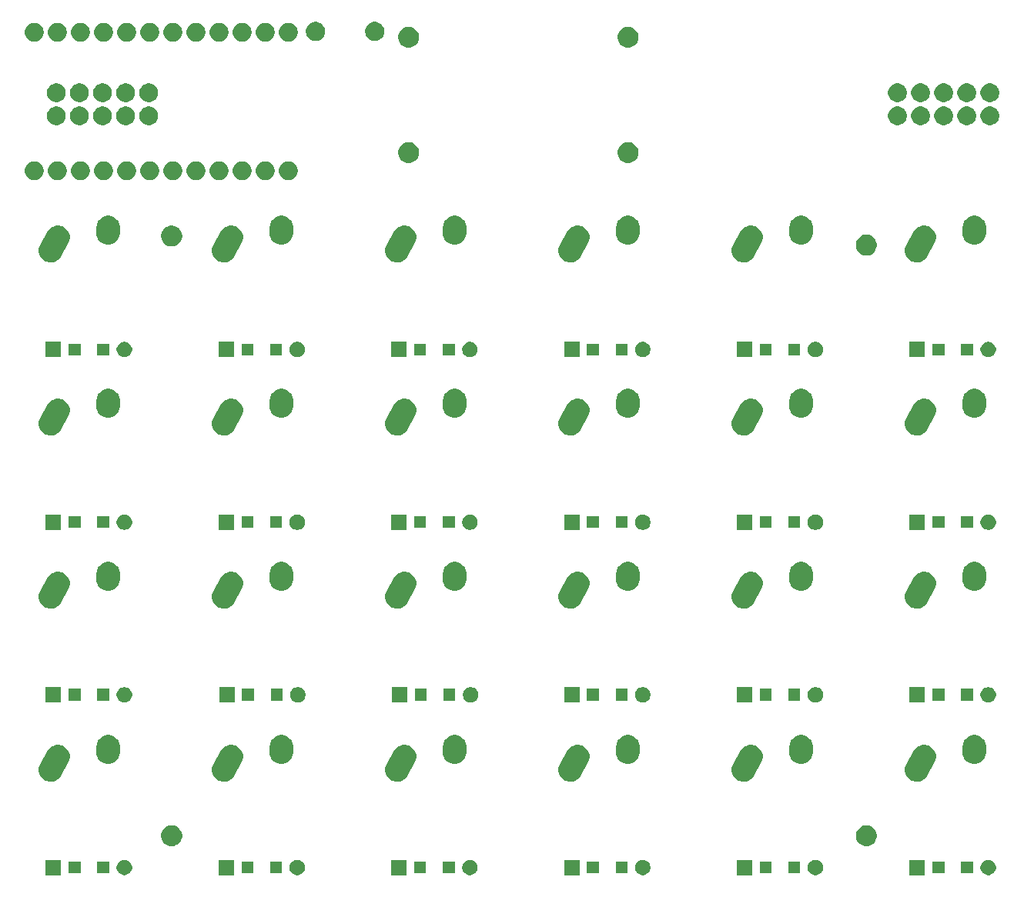
<source format=gts>
G04 #@! TF.GenerationSoftware,KiCad,Pcbnew,(5.1.5)-3*
G04 #@! TF.CreationDate,2020-07-04T19:23:36+09:00*
G04 #@! TF.ProjectId,slamd,736c616d-642e-46b6-9963-61645f706362,rev?*
G04 #@! TF.SameCoordinates,Original*
G04 #@! TF.FileFunction,Soldermask,Top*
G04 #@! TF.FilePolarity,Negative*
%FSLAX46Y46*%
G04 Gerber Fmt 4.6, Leading zero omitted, Abs format (unit mm)*
G04 Created by KiCad (PCBNEW (5.1.5)-3) date 2020-07-04 19:23:36*
%MOMM*%
%LPD*%
G04 APERTURE LIST*
%ADD10C,0.100000*%
G04 APERTURE END LIST*
D10*
G36*
X137648228Y-121681703D02*
G01*
X137803100Y-121745853D01*
X137942481Y-121838985D01*
X138061015Y-121957519D01*
X138154147Y-122096900D01*
X138218297Y-122251772D01*
X138251000Y-122416184D01*
X138251000Y-122583816D01*
X138218297Y-122748228D01*
X138154147Y-122903100D01*
X138061015Y-123042481D01*
X137942481Y-123161015D01*
X137803100Y-123254147D01*
X137648228Y-123318297D01*
X137483816Y-123351000D01*
X137316184Y-123351000D01*
X137151772Y-123318297D01*
X136996900Y-123254147D01*
X136857519Y-123161015D01*
X136738985Y-123042481D01*
X136645853Y-122903100D01*
X136581703Y-122748228D01*
X136549000Y-122583816D01*
X136549000Y-122416184D01*
X136581703Y-122251772D01*
X136645853Y-122096900D01*
X136738985Y-121957519D01*
X136857519Y-121838985D01*
X136996900Y-121745853D01*
X137151772Y-121681703D01*
X137316184Y-121649000D01*
X137483816Y-121649000D01*
X137648228Y-121681703D01*
G37*
G36*
X61648228Y-121681703D02*
G01*
X61803100Y-121745853D01*
X61942481Y-121838985D01*
X62061015Y-121957519D01*
X62154147Y-122096900D01*
X62218297Y-122251772D01*
X62251000Y-122416184D01*
X62251000Y-122583816D01*
X62218297Y-122748228D01*
X62154147Y-122903100D01*
X62061015Y-123042481D01*
X61942481Y-123161015D01*
X61803100Y-123254147D01*
X61648228Y-123318297D01*
X61483816Y-123351000D01*
X61316184Y-123351000D01*
X61151772Y-123318297D01*
X60996900Y-123254147D01*
X60857519Y-123161015D01*
X60738985Y-123042481D01*
X60645853Y-122903100D01*
X60581703Y-122748228D01*
X60549000Y-122583816D01*
X60549000Y-122416184D01*
X60581703Y-122251772D01*
X60645853Y-122096900D01*
X60738985Y-121957519D01*
X60857519Y-121838985D01*
X60996900Y-121745853D01*
X61151772Y-121681703D01*
X61316184Y-121649000D01*
X61483816Y-121649000D01*
X61648228Y-121681703D01*
G37*
G36*
X73451000Y-123351000D02*
G01*
X71749000Y-123351000D01*
X71749000Y-121649000D01*
X73451000Y-121649000D01*
X73451000Y-123351000D01*
G37*
G36*
X80648228Y-121681703D02*
G01*
X80803100Y-121745853D01*
X80942481Y-121838985D01*
X81061015Y-121957519D01*
X81154147Y-122096900D01*
X81218297Y-122251772D01*
X81251000Y-122416184D01*
X81251000Y-122583816D01*
X81218297Y-122748228D01*
X81154147Y-122903100D01*
X81061015Y-123042481D01*
X80942481Y-123161015D01*
X80803100Y-123254147D01*
X80648228Y-123318297D01*
X80483816Y-123351000D01*
X80316184Y-123351000D01*
X80151772Y-123318297D01*
X79996900Y-123254147D01*
X79857519Y-123161015D01*
X79738985Y-123042481D01*
X79645853Y-122903100D01*
X79581703Y-122748228D01*
X79549000Y-122583816D01*
X79549000Y-122416184D01*
X79581703Y-122251772D01*
X79645853Y-122096900D01*
X79738985Y-121957519D01*
X79857519Y-121838985D01*
X79996900Y-121745853D01*
X80151772Y-121681703D01*
X80316184Y-121649000D01*
X80483816Y-121649000D01*
X80648228Y-121681703D01*
G37*
G36*
X54451000Y-123351000D02*
G01*
X52749000Y-123351000D01*
X52749000Y-121649000D01*
X54451000Y-121649000D01*
X54451000Y-123351000D01*
G37*
G36*
X42648228Y-121681703D02*
G01*
X42803100Y-121745853D01*
X42942481Y-121838985D01*
X43061015Y-121957519D01*
X43154147Y-122096900D01*
X43218297Y-122251772D01*
X43251000Y-122416184D01*
X43251000Y-122583816D01*
X43218297Y-122748228D01*
X43154147Y-122903100D01*
X43061015Y-123042481D01*
X42942481Y-123161015D01*
X42803100Y-123254147D01*
X42648228Y-123318297D01*
X42483816Y-123351000D01*
X42316184Y-123351000D01*
X42151772Y-123318297D01*
X41996900Y-123254147D01*
X41857519Y-123161015D01*
X41738985Y-123042481D01*
X41645853Y-122903100D01*
X41581703Y-122748228D01*
X41549000Y-122583816D01*
X41549000Y-122416184D01*
X41581703Y-122251772D01*
X41645853Y-122096900D01*
X41738985Y-121957519D01*
X41857519Y-121838985D01*
X41996900Y-121745853D01*
X42151772Y-121681703D01*
X42316184Y-121649000D01*
X42483816Y-121649000D01*
X42648228Y-121681703D01*
G37*
G36*
X35451000Y-123351000D02*
G01*
X33749000Y-123351000D01*
X33749000Y-121649000D01*
X35451000Y-121649000D01*
X35451000Y-123351000D01*
G37*
G36*
X99648228Y-121681703D02*
G01*
X99803100Y-121745853D01*
X99942481Y-121838985D01*
X100061015Y-121957519D01*
X100154147Y-122096900D01*
X100218297Y-122251772D01*
X100251000Y-122416184D01*
X100251000Y-122583816D01*
X100218297Y-122748228D01*
X100154147Y-122903100D01*
X100061015Y-123042481D01*
X99942481Y-123161015D01*
X99803100Y-123254147D01*
X99648228Y-123318297D01*
X99483816Y-123351000D01*
X99316184Y-123351000D01*
X99151772Y-123318297D01*
X98996900Y-123254147D01*
X98857519Y-123161015D01*
X98738985Y-123042481D01*
X98645853Y-122903100D01*
X98581703Y-122748228D01*
X98549000Y-122583816D01*
X98549000Y-122416184D01*
X98581703Y-122251772D01*
X98645853Y-122096900D01*
X98738985Y-121957519D01*
X98857519Y-121838985D01*
X98996900Y-121745853D01*
X99151772Y-121681703D01*
X99316184Y-121649000D01*
X99483816Y-121649000D01*
X99648228Y-121681703D01*
G37*
G36*
X92451000Y-123351000D02*
G01*
X90749000Y-123351000D01*
X90749000Y-121649000D01*
X92451000Y-121649000D01*
X92451000Y-123351000D01*
G37*
G36*
X118648228Y-121681703D02*
G01*
X118803100Y-121745853D01*
X118942481Y-121838985D01*
X119061015Y-121957519D01*
X119154147Y-122096900D01*
X119218297Y-122251772D01*
X119251000Y-122416184D01*
X119251000Y-122583816D01*
X119218297Y-122748228D01*
X119154147Y-122903100D01*
X119061015Y-123042481D01*
X118942481Y-123161015D01*
X118803100Y-123254147D01*
X118648228Y-123318297D01*
X118483816Y-123351000D01*
X118316184Y-123351000D01*
X118151772Y-123318297D01*
X117996900Y-123254147D01*
X117857519Y-123161015D01*
X117738985Y-123042481D01*
X117645853Y-122903100D01*
X117581703Y-122748228D01*
X117549000Y-122583816D01*
X117549000Y-122416184D01*
X117581703Y-122251772D01*
X117645853Y-122096900D01*
X117738985Y-121957519D01*
X117857519Y-121838985D01*
X117996900Y-121745853D01*
X118151772Y-121681703D01*
X118316184Y-121649000D01*
X118483816Y-121649000D01*
X118648228Y-121681703D01*
G37*
G36*
X111451000Y-123351000D02*
G01*
X109749000Y-123351000D01*
X109749000Y-121649000D01*
X111451000Y-121649000D01*
X111451000Y-123351000D01*
G37*
G36*
X130451000Y-123351000D02*
G01*
X128749000Y-123351000D01*
X128749000Y-121649000D01*
X130451000Y-121649000D01*
X130451000Y-123351000D01*
G37*
G36*
X75576000Y-123151000D02*
G01*
X74274000Y-123151000D01*
X74274000Y-121849000D01*
X75576000Y-121849000D01*
X75576000Y-123151000D01*
G37*
G36*
X59726000Y-123151000D02*
G01*
X58424000Y-123151000D01*
X58424000Y-121849000D01*
X59726000Y-121849000D01*
X59726000Y-123151000D01*
G37*
G36*
X132576000Y-123151000D02*
G01*
X131274000Y-123151000D01*
X131274000Y-121849000D01*
X132576000Y-121849000D01*
X132576000Y-123151000D01*
G37*
G36*
X135726000Y-123151000D02*
G01*
X134424000Y-123151000D01*
X134424000Y-121849000D01*
X135726000Y-121849000D01*
X135726000Y-123151000D01*
G37*
G36*
X116726000Y-123151000D02*
G01*
X115424000Y-123151000D01*
X115424000Y-121849000D01*
X116726000Y-121849000D01*
X116726000Y-123151000D01*
G37*
G36*
X113576000Y-123151000D02*
G01*
X112274000Y-123151000D01*
X112274000Y-121849000D01*
X113576000Y-121849000D01*
X113576000Y-123151000D01*
G37*
G36*
X56576000Y-123151000D02*
G01*
X55274000Y-123151000D01*
X55274000Y-121849000D01*
X56576000Y-121849000D01*
X56576000Y-123151000D01*
G37*
G36*
X78726000Y-123151000D02*
G01*
X77424000Y-123151000D01*
X77424000Y-121849000D01*
X78726000Y-121849000D01*
X78726000Y-123151000D01*
G37*
G36*
X97726000Y-123151000D02*
G01*
X96424000Y-123151000D01*
X96424000Y-121849000D01*
X97726000Y-121849000D01*
X97726000Y-123151000D01*
G37*
G36*
X94576000Y-123151000D02*
G01*
X93274000Y-123151000D01*
X93274000Y-121849000D01*
X94576000Y-121849000D01*
X94576000Y-123151000D01*
G37*
G36*
X40726000Y-123151000D02*
G01*
X39424000Y-123151000D01*
X39424000Y-121849000D01*
X40726000Y-121849000D01*
X40726000Y-123151000D01*
G37*
G36*
X37576000Y-123151000D02*
G01*
X36274000Y-123151000D01*
X36274000Y-121849000D01*
X37576000Y-121849000D01*
X37576000Y-123151000D01*
G37*
G36*
X124224549Y-117871116D02*
G01*
X124335734Y-117893232D01*
X124545203Y-117979997D01*
X124733720Y-118105960D01*
X124894040Y-118266280D01*
X125020003Y-118454797D01*
X125106768Y-118664266D01*
X125151000Y-118886636D01*
X125151000Y-119113364D01*
X125106768Y-119335734D01*
X125020003Y-119545203D01*
X124894040Y-119733720D01*
X124733720Y-119894040D01*
X124545203Y-120020003D01*
X124335734Y-120106768D01*
X124224549Y-120128884D01*
X124113365Y-120151000D01*
X123886635Y-120151000D01*
X123775451Y-120128884D01*
X123664266Y-120106768D01*
X123454797Y-120020003D01*
X123266280Y-119894040D01*
X123105960Y-119733720D01*
X122979997Y-119545203D01*
X122893232Y-119335734D01*
X122849000Y-119113364D01*
X122849000Y-118886636D01*
X122893232Y-118664266D01*
X122979997Y-118454797D01*
X123105960Y-118266280D01*
X123266280Y-118105960D01*
X123454797Y-117979997D01*
X123664266Y-117893232D01*
X123775451Y-117871116D01*
X123886635Y-117849000D01*
X124113365Y-117849000D01*
X124224549Y-117871116D01*
G37*
G36*
X47824549Y-117871116D02*
G01*
X47935734Y-117893232D01*
X48145203Y-117979997D01*
X48333720Y-118105960D01*
X48494040Y-118266280D01*
X48620003Y-118454797D01*
X48706768Y-118664266D01*
X48751000Y-118886636D01*
X48751000Y-119113364D01*
X48706768Y-119335734D01*
X48620003Y-119545203D01*
X48494040Y-119733720D01*
X48333720Y-119894040D01*
X48145203Y-120020003D01*
X47935734Y-120106768D01*
X47824549Y-120128884D01*
X47713365Y-120151000D01*
X47486635Y-120151000D01*
X47375451Y-120128884D01*
X47264266Y-120106768D01*
X47054797Y-120020003D01*
X46866280Y-119894040D01*
X46705960Y-119733720D01*
X46579997Y-119545203D01*
X46493232Y-119335734D01*
X46449000Y-119113364D01*
X46449000Y-118886636D01*
X46493232Y-118664266D01*
X46579997Y-118454797D01*
X46705960Y-118266280D01*
X46866280Y-118105960D01*
X47054797Y-117979997D01*
X47264266Y-117893232D01*
X47375451Y-117871116D01*
X47486635Y-117849000D01*
X47713365Y-117849000D01*
X47824549Y-117871116D01*
G37*
G36*
X54299575Y-109001286D02*
G01*
X54550086Y-109055333D01*
X54683357Y-109113074D01*
X54785239Y-109157215D01*
X54896688Y-109234314D01*
X54995996Y-109303014D01*
X54995998Y-109303016D01*
X55174262Y-109487130D01*
X55313180Y-109702483D01*
X55407419Y-109940804D01*
X55440019Y-110119753D01*
X55453351Y-110192928D01*
X55449213Y-110449169D01*
X55395166Y-110699680D01*
X55318813Y-110875911D01*
X54445846Y-112447549D01*
X54336579Y-112605497D01*
X54336577Y-112605499D01*
X54152463Y-112783763D01*
X53967953Y-112902785D01*
X53937108Y-112922682D01*
X53914546Y-112931603D01*
X53698789Y-113016920D01*
X53519840Y-113049520D01*
X53446665Y-113062852D01*
X53190425Y-113058714D01*
X52939914Y-113004667D01*
X52806643Y-112946926D01*
X52704761Y-112902785D01*
X52593312Y-112825686D01*
X52494004Y-112756986D01*
X52494002Y-112756984D01*
X52315738Y-112572870D01*
X52176820Y-112357517D01*
X52082581Y-112119196D01*
X52049981Y-111940247D01*
X52036649Y-111867072D01*
X52040787Y-111610832D01*
X52094834Y-111360321D01*
X52171187Y-111184090D01*
X53044154Y-109612451D01*
X53153421Y-109454503D01*
X53153423Y-109454501D01*
X53337537Y-109276237D01*
X53552889Y-109137318D01*
X53791210Y-109043080D01*
X53970159Y-109010480D01*
X54043334Y-108997148D01*
X54299575Y-109001286D01*
G37*
G36*
X92399575Y-109001286D02*
G01*
X92650086Y-109055333D01*
X92783357Y-109113074D01*
X92885239Y-109157215D01*
X92996688Y-109234314D01*
X93095996Y-109303014D01*
X93095998Y-109303016D01*
X93274262Y-109487130D01*
X93413180Y-109702483D01*
X93507419Y-109940804D01*
X93540019Y-110119753D01*
X93553351Y-110192928D01*
X93549213Y-110449169D01*
X93495166Y-110699680D01*
X93418813Y-110875911D01*
X92545846Y-112447549D01*
X92436579Y-112605497D01*
X92436577Y-112605499D01*
X92252463Y-112783763D01*
X92067953Y-112902785D01*
X92037108Y-112922682D01*
X92014546Y-112931603D01*
X91798789Y-113016920D01*
X91619840Y-113049520D01*
X91546665Y-113062852D01*
X91290425Y-113058714D01*
X91039914Y-113004667D01*
X90906643Y-112946926D01*
X90804761Y-112902785D01*
X90693312Y-112825686D01*
X90594004Y-112756986D01*
X90594002Y-112756984D01*
X90415738Y-112572870D01*
X90276820Y-112357517D01*
X90182581Y-112119196D01*
X90149981Y-111940247D01*
X90136649Y-111867072D01*
X90140787Y-111610832D01*
X90194834Y-111360321D01*
X90271187Y-111184090D01*
X91144154Y-109612451D01*
X91253421Y-109454503D01*
X91253423Y-109454501D01*
X91437537Y-109276237D01*
X91652889Y-109137318D01*
X91891210Y-109043080D01*
X92070159Y-109010480D01*
X92143334Y-108997148D01*
X92399575Y-109001286D01*
G37*
G36*
X73349575Y-109001286D02*
G01*
X73600086Y-109055333D01*
X73733357Y-109113074D01*
X73835239Y-109157215D01*
X73946688Y-109234314D01*
X74045996Y-109303014D01*
X74045998Y-109303016D01*
X74224262Y-109487130D01*
X74363180Y-109702483D01*
X74457419Y-109940804D01*
X74490019Y-110119753D01*
X74503351Y-110192928D01*
X74499213Y-110449169D01*
X74445166Y-110699680D01*
X74368813Y-110875911D01*
X73495846Y-112447549D01*
X73386579Y-112605497D01*
X73386577Y-112605499D01*
X73202463Y-112783763D01*
X73017953Y-112902785D01*
X72987108Y-112922682D01*
X72964546Y-112931603D01*
X72748789Y-113016920D01*
X72569840Y-113049520D01*
X72496665Y-113062852D01*
X72240425Y-113058714D01*
X71989914Y-113004667D01*
X71856643Y-112946926D01*
X71754761Y-112902785D01*
X71643312Y-112825686D01*
X71544004Y-112756986D01*
X71544002Y-112756984D01*
X71365738Y-112572870D01*
X71226820Y-112357517D01*
X71132581Y-112119196D01*
X71099981Y-111940247D01*
X71086649Y-111867072D01*
X71090787Y-111610832D01*
X71144834Y-111360321D01*
X71221187Y-111184090D01*
X72094154Y-109612451D01*
X72203421Y-109454503D01*
X72203423Y-109454501D01*
X72387537Y-109276237D01*
X72602889Y-109137318D01*
X72841210Y-109043080D01*
X73020159Y-109010480D01*
X73093334Y-108997148D01*
X73349575Y-109001286D01*
G37*
G36*
X111449575Y-109001286D02*
G01*
X111700086Y-109055333D01*
X111833357Y-109113074D01*
X111935239Y-109157215D01*
X112046688Y-109234314D01*
X112145996Y-109303014D01*
X112145998Y-109303016D01*
X112324262Y-109487130D01*
X112463180Y-109702483D01*
X112557419Y-109940804D01*
X112590019Y-110119753D01*
X112603351Y-110192928D01*
X112599213Y-110449169D01*
X112545166Y-110699680D01*
X112468813Y-110875911D01*
X111595846Y-112447549D01*
X111486579Y-112605497D01*
X111486577Y-112605499D01*
X111302463Y-112783763D01*
X111117953Y-112902785D01*
X111087108Y-112922682D01*
X111064546Y-112931603D01*
X110848789Y-113016920D01*
X110669840Y-113049520D01*
X110596665Y-113062852D01*
X110340425Y-113058714D01*
X110089914Y-113004667D01*
X109956643Y-112946926D01*
X109854761Y-112902785D01*
X109743312Y-112825686D01*
X109644004Y-112756986D01*
X109644002Y-112756984D01*
X109465738Y-112572870D01*
X109326820Y-112357517D01*
X109232581Y-112119196D01*
X109199981Y-111940247D01*
X109186649Y-111867072D01*
X109190787Y-111610832D01*
X109244834Y-111360321D01*
X109321187Y-111184090D01*
X110194154Y-109612451D01*
X110303421Y-109454503D01*
X110303423Y-109454501D01*
X110487537Y-109276237D01*
X110702889Y-109137318D01*
X110941210Y-109043080D01*
X111120159Y-109010480D01*
X111193334Y-108997148D01*
X111449575Y-109001286D01*
G37*
G36*
X130499575Y-109001286D02*
G01*
X130750086Y-109055333D01*
X130883357Y-109113074D01*
X130985239Y-109157215D01*
X131096688Y-109234314D01*
X131195996Y-109303014D01*
X131195998Y-109303016D01*
X131374262Y-109487130D01*
X131513180Y-109702483D01*
X131607419Y-109940804D01*
X131640019Y-110119753D01*
X131653351Y-110192928D01*
X131649213Y-110449169D01*
X131595166Y-110699680D01*
X131518813Y-110875911D01*
X130645846Y-112447549D01*
X130536579Y-112605497D01*
X130536577Y-112605499D01*
X130352463Y-112783763D01*
X130167953Y-112902785D01*
X130137108Y-112922682D01*
X130114546Y-112931603D01*
X129898789Y-113016920D01*
X129719840Y-113049520D01*
X129646665Y-113062852D01*
X129390425Y-113058714D01*
X129139914Y-113004667D01*
X129006643Y-112946926D01*
X128904761Y-112902785D01*
X128793312Y-112825686D01*
X128694004Y-112756986D01*
X128694002Y-112756984D01*
X128515738Y-112572870D01*
X128376820Y-112357517D01*
X128282581Y-112119196D01*
X128249981Y-111940247D01*
X128236649Y-111867072D01*
X128240787Y-111610832D01*
X128294834Y-111360321D01*
X128371187Y-111184090D01*
X129244154Y-109612451D01*
X129353421Y-109454503D01*
X129353423Y-109454501D01*
X129537537Y-109276237D01*
X129752889Y-109137318D01*
X129991210Y-109043080D01*
X130170159Y-109010480D01*
X130243334Y-108997148D01*
X130499575Y-109001286D01*
G37*
G36*
X35249575Y-109001286D02*
G01*
X35500086Y-109055333D01*
X35633357Y-109113074D01*
X35735239Y-109157215D01*
X35846688Y-109234314D01*
X35945996Y-109303014D01*
X35945998Y-109303016D01*
X36124262Y-109487130D01*
X36263180Y-109702483D01*
X36357419Y-109940804D01*
X36390019Y-110119753D01*
X36403351Y-110192928D01*
X36399213Y-110449169D01*
X36345166Y-110699680D01*
X36268813Y-110875911D01*
X35395846Y-112447549D01*
X35286579Y-112605497D01*
X35286577Y-112605499D01*
X35102463Y-112783763D01*
X34917953Y-112902785D01*
X34887108Y-112922682D01*
X34864546Y-112931603D01*
X34648789Y-113016920D01*
X34469840Y-113049520D01*
X34396665Y-113062852D01*
X34140425Y-113058714D01*
X33889914Y-113004667D01*
X33756643Y-112946926D01*
X33654761Y-112902785D01*
X33543312Y-112825686D01*
X33444004Y-112756986D01*
X33444002Y-112756984D01*
X33265738Y-112572870D01*
X33126820Y-112357517D01*
X33032581Y-112119196D01*
X32999981Y-111940247D01*
X32986649Y-111867072D01*
X32990787Y-111610832D01*
X33044834Y-111360321D01*
X33121187Y-111184090D01*
X33994154Y-109612451D01*
X34103421Y-109454503D01*
X34103423Y-109454501D01*
X34287537Y-109276237D01*
X34502889Y-109137318D01*
X34741210Y-109043080D01*
X34920159Y-109010480D01*
X34993334Y-108997148D01*
X35249575Y-109001286D01*
G37*
G36*
X136231379Y-107958813D02*
G01*
X136470991Y-108049713D01*
X136688265Y-108185613D01*
X136874852Y-108361288D01*
X136986209Y-108517550D01*
X137023580Y-108569990D01*
X137128735Y-108803697D01*
X137128736Y-108803701D01*
X137186276Y-109053428D01*
X137192058Y-109245394D01*
X137177802Y-109454501D01*
X137143916Y-109951571D01*
X137112135Y-110140983D01*
X137021235Y-110380595D01*
X136977817Y-110450010D01*
X136885335Y-110597869D01*
X136709660Y-110784456D01*
X136553398Y-110895813D01*
X136500958Y-110933184D01*
X136267251Y-111038339D01*
X136267247Y-111038340D01*
X136017521Y-111095880D01*
X135761366Y-111103594D01*
X135761362Y-111103594D01*
X135508621Y-111061187D01*
X135269009Y-110970287D01*
X135051735Y-110834387D01*
X134998703Y-110784456D01*
X134865148Y-110658712D01*
X134753791Y-110502450D01*
X134716420Y-110450010D01*
X134611265Y-110216303D01*
X134553724Y-109966571D01*
X134552948Y-109940804D01*
X134547942Y-109774608D01*
X134596084Y-109068428D01*
X134608044Y-108997148D01*
X134627865Y-108879017D01*
X134718765Y-108639405D01*
X134854665Y-108422131D01*
X134911950Y-108361288D01*
X135030340Y-108235544D01*
X135186602Y-108124187D01*
X135239042Y-108086816D01*
X135472749Y-107981661D01*
X135472753Y-107981660D01*
X135722479Y-107924120D01*
X135978634Y-107916406D01*
X135978638Y-107916406D01*
X136231379Y-107958813D01*
G37*
G36*
X117181379Y-107958813D02*
G01*
X117420991Y-108049713D01*
X117638265Y-108185613D01*
X117824852Y-108361288D01*
X117936209Y-108517550D01*
X117973580Y-108569990D01*
X118078735Y-108803697D01*
X118078736Y-108803701D01*
X118136276Y-109053428D01*
X118142058Y-109245394D01*
X118127802Y-109454501D01*
X118093916Y-109951571D01*
X118062135Y-110140983D01*
X117971235Y-110380595D01*
X117927817Y-110450010D01*
X117835335Y-110597869D01*
X117659660Y-110784456D01*
X117503398Y-110895813D01*
X117450958Y-110933184D01*
X117217251Y-111038339D01*
X117217247Y-111038340D01*
X116967521Y-111095880D01*
X116711366Y-111103594D01*
X116711362Y-111103594D01*
X116458621Y-111061187D01*
X116219009Y-110970287D01*
X116001735Y-110834387D01*
X115948703Y-110784456D01*
X115815148Y-110658712D01*
X115703791Y-110502450D01*
X115666420Y-110450010D01*
X115561265Y-110216303D01*
X115503724Y-109966571D01*
X115502948Y-109940804D01*
X115497942Y-109774608D01*
X115546084Y-109068428D01*
X115558044Y-108997148D01*
X115577865Y-108879017D01*
X115668765Y-108639405D01*
X115804665Y-108422131D01*
X115861950Y-108361288D01*
X115980340Y-108235544D01*
X116136602Y-108124187D01*
X116189042Y-108086816D01*
X116422749Y-107981661D01*
X116422753Y-107981660D01*
X116672479Y-107924120D01*
X116928634Y-107916406D01*
X116928638Y-107916406D01*
X117181379Y-107958813D01*
G37*
G36*
X79081379Y-107958813D02*
G01*
X79320991Y-108049713D01*
X79538265Y-108185613D01*
X79724852Y-108361288D01*
X79836209Y-108517550D01*
X79873580Y-108569990D01*
X79978735Y-108803697D01*
X79978736Y-108803701D01*
X80036276Y-109053428D01*
X80042058Y-109245394D01*
X80027802Y-109454501D01*
X79993916Y-109951571D01*
X79962135Y-110140983D01*
X79871235Y-110380595D01*
X79827817Y-110450010D01*
X79735335Y-110597869D01*
X79559660Y-110784456D01*
X79403398Y-110895813D01*
X79350958Y-110933184D01*
X79117251Y-111038339D01*
X79117247Y-111038340D01*
X78867521Y-111095880D01*
X78611366Y-111103594D01*
X78611362Y-111103594D01*
X78358621Y-111061187D01*
X78119009Y-110970287D01*
X77901735Y-110834387D01*
X77848703Y-110784456D01*
X77715148Y-110658712D01*
X77603791Y-110502450D01*
X77566420Y-110450010D01*
X77461265Y-110216303D01*
X77403724Y-109966571D01*
X77402948Y-109940804D01*
X77397942Y-109774608D01*
X77446084Y-109068428D01*
X77458044Y-108997148D01*
X77477865Y-108879017D01*
X77568765Y-108639405D01*
X77704665Y-108422131D01*
X77761950Y-108361288D01*
X77880340Y-108235544D01*
X78036602Y-108124187D01*
X78089042Y-108086816D01*
X78322749Y-107981661D01*
X78322753Y-107981660D01*
X78572479Y-107924120D01*
X78828634Y-107916406D01*
X78828638Y-107916406D01*
X79081379Y-107958813D01*
G37*
G36*
X60031379Y-107958813D02*
G01*
X60270991Y-108049713D01*
X60488265Y-108185613D01*
X60674852Y-108361288D01*
X60786209Y-108517550D01*
X60823580Y-108569990D01*
X60928735Y-108803697D01*
X60928736Y-108803701D01*
X60986276Y-109053428D01*
X60992058Y-109245394D01*
X60977802Y-109454501D01*
X60943916Y-109951571D01*
X60912135Y-110140983D01*
X60821235Y-110380595D01*
X60777817Y-110450010D01*
X60685335Y-110597869D01*
X60509660Y-110784456D01*
X60353398Y-110895813D01*
X60300958Y-110933184D01*
X60067251Y-111038339D01*
X60067247Y-111038340D01*
X59817521Y-111095880D01*
X59561366Y-111103594D01*
X59561362Y-111103594D01*
X59308621Y-111061187D01*
X59069009Y-110970287D01*
X58851735Y-110834387D01*
X58798703Y-110784456D01*
X58665148Y-110658712D01*
X58553791Y-110502450D01*
X58516420Y-110450010D01*
X58411265Y-110216303D01*
X58353724Y-109966571D01*
X58352948Y-109940804D01*
X58347942Y-109774608D01*
X58396084Y-109068428D01*
X58408044Y-108997148D01*
X58427865Y-108879017D01*
X58518765Y-108639405D01*
X58654665Y-108422131D01*
X58711950Y-108361288D01*
X58830340Y-108235544D01*
X58986602Y-108124187D01*
X59039042Y-108086816D01*
X59272749Y-107981661D01*
X59272753Y-107981660D01*
X59522479Y-107924120D01*
X59778634Y-107916406D01*
X59778638Y-107916406D01*
X60031379Y-107958813D01*
G37*
G36*
X40981379Y-107958813D02*
G01*
X41220991Y-108049713D01*
X41438265Y-108185613D01*
X41624852Y-108361288D01*
X41736209Y-108517550D01*
X41773580Y-108569990D01*
X41878735Y-108803697D01*
X41878736Y-108803701D01*
X41936276Y-109053428D01*
X41942058Y-109245394D01*
X41927802Y-109454501D01*
X41893916Y-109951571D01*
X41862135Y-110140983D01*
X41771235Y-110380595D01*
X41727817Y-110450010D01*
X41635335Y-110597869D01*
X41459660Y-110784456D01*
X41303398Y-110895813D01*
X41250958Y-110933184D01*
X41017251Y-111038339D01*
X41017247Y-111038340D01*
X40767521Y-111095880D01*
X40511366Y-111103594D01*
X40511362Y-111103594D01*
X40258621Y-111061187D01*
X40019009Y-110970287D01*
X39801735Y-110834387D01*
X39748703Y-110784456D01*
X39615148Y-110658712D01*
X39503791Y-110502450D01*
X39466420Y-110450010D01*
X39361265Y-110216303D01*
X39303724Y-109966571D01*
X39302948Y-109940804D01*
X39297942Y-109774608D01*
X39346084Y-109068428D01*
X39358044Y-108997148D01*
X39377865Y-108879017D01*
X39468765Y-108639405D01*
X39604665Y-108422131D01*
X39661950Y-108361288D01*
X39780340Y-108235544D01*
X39936602Y-108124187D01*
X39989042Y-108086816D01*
X40222749Y-107981661D01*
X40222753Y-107981660D01*
X40472479Y-107924120D01*
X40728634Y-107916406D01*
X40728638Y-107916406D01*
X40981379Y-107958813D01*
G37*
G36*
X98131379Y-107958813D02*
G01*
X98370991Y-108049713D01*
X98588265Y-108185613D01*
X98774852Y-108361288D01*
X98886209Y-108517550D01*
X98923580Y-108569990D01*
X99028735Y-108803697D01*
X99028736Y-108803701D01*
X99086276Y-109053428D01*
X99092058Y-109245394D01*
X99077802Y-109454501D01*
X99043916Y-109951571D01*
X99012135Y-110140983D01*
X98921235Y-110380595D01*
X98877817Y-110450010D01*
X98785335Y-110597869D01*
X98609660Y-110784456D01*
X98453398Y-110895813D01*
X98400958Y-110933184D01*
X98167251Y-111038339D01*
X98167247Y-111038340D01*
X97917521Y-111095880D01*
X97661366Y-111103594D01*
X97661362Y-111103594D01*
X97408621Y-111061187D01*
X97169009Y-110970287D01*
X96951735Y-110834387D01*
X96898703Y-110784456D01*
X96765148Y-110658712D01*
X96653791Y-110502450D01*
X96616420Y-110450010D01*
X96511265Y-110216303D01*
X96453724Y-109966571D01*
X96452948Y-109940804D01*
X96447942Y-109774608D01*
X96496084Y-109068428D01*
X96508044Y-108997148D01*
X96527865Y-108879017D01*
X96618765Y-108639405D01*
X96754665Y-108422131D01*
X96811950Y-108361288D01*
X96930340Y-108235544D01*
X97086602Y-108124187D01*
X97139042Y-108086816D01*
X97372749Y-107981661D01*
X97372753Y-107981660D01*
X97622479Y-107924120D01*
X97878634Y-107916406D01*
X97878638Y-107916406D01*
X98131379Y-107958813D01*
G37*
G36*
X73526000Y-104351000D02*
G01*
X71824000Y-104351000D01*
X71824000Y-102649000D01*
X73526000Y-102649000D01*
X73526000Y-104351000D01*
G37*
G36*
X35451000Y-104351000D02*
G01*
X33749000Y-104351000D01*
X33749000Y-102649000D01*
X35451000Y-102649000D01*
X35451000Y-104351000D01*
G37*
G36*
X42648228Y-102681703D02*
G01*
X42803100Y-102745853D01*
X42942481Y-102838985D01*
X43061015Y-102957519D01*
X43154147Y-103096900D01*
X43218297Y-103251772D01*
X43251000Y-103416184D01*
X43251000Y-103583816D01*
X43218297Y-103748228D01*
X43154147Y-103903100D01*
X43061015Y-104042481D01*
X42942481Y-104161015D01*
X42803100Y-104254147D01*
X42648228Y-104318297D01*
X42483816Y-104351000D01*
X42316184Y-104351000D01*
X42151772Y-104318297D01*
X41996900Y-104254147D01*
X41857519Y-104161015D01*
X41738985Y-104042481D01*
X41645853Y-103903100D01*
X41581703Y-103748228D01*
X41549000Y-103583816D01*
X41549000Y-103416184D01*
X41581703Y-103251772D01*
X41645853Y-103096900D01*
X41738985Y-102957519D01*
X41857519Y-102838985D01*
X41996900Y-102745853D01*
X42151772Y-102681703D01*
X42316184Y-102649000D01*
X42483816Y-102649000D01*
X42648228Y-102681703D01*
G37*
G36*
X92451000Y-104351000D02*
G01*
X90749000Y-104351000D01*
X90749000Y-102649000D01*
X92451000Y-102649000D01*
X92451000Y-104351000D01*
G37*
G36*
X99648228Y-102681703D02*
G01*
X99803100Y-102745853D01*
X99942481Y-102838985D01*
X100061015Y-102957519D01*
X100154147Y-103096900D01*
X100218297Y-103251772D01*
X100251000Y-103416184D01*
X100251000Y-103583816D01*
X100218297Y-103748228D01*
X100154147Y-103903100D01*
X100061015Y-104042481D01*
X99942481Y-104161015D01*
X99803100Y-104254147D01*
X99648228Y-104318297D01*
X99483816Y-104351000D01*
X99316184Y-104351000D01*
X99151772Y-104318297D01*
X98996900Y-104254147D01*
X98857519Y-104161015D01*
X98738985Y-104042481D01*
X98645853Y-103903100D01*
X98581703Y-103748228D01*
X98549000Y-103583816D01*
X98549000Y-103416184D01*
X98581703Y-103251772D01*
X98645853Y-103096900D01*
X98738985Y-102957519D01*
X98857519Y-102838985D01*
X98996900Y-102745853D01*
X99151772Y-102681703D01*
X99316184Y-102649000D01*
X99483816Y-102649000D01*
X99648228Y-102681703D01*
G37*
G36*
X111451000Y-104351000D02*
G01*
X109749000Y-104351000D01*
X109749000Y-102649000D01*
X111451000Y-102649000D01*
X111451000Y-104351000D01*
G37*
G36*
X118648228Y-102681703D02*
G01*
X118803100Y-102745853D01*
X118942481Y-102838985D01*
X119061015Y-102957519D01*
X119154147Y-103096900D01*
X119218297Y-103251772D01*
X119251000Y-103416184D01*
X119251000Y-103583816D01*
X119218297Y-103748228D01*
X119154147Y-103903100D01*
X119061015Y-104042481D01*
X118942481Y-104161015D01*
X118803100Y-104254147D01*
X118648228Y-104318297D01*
X118483816Y-104351000D01*
X118316184Y-104351000D01*
X118151772Y-104318297D01*
X117996900Y-104254147D01*
X117857519Y-104161015D01*
X117738985Y-104042481D01*
X117645853Y-103903100D01*
X117581703Y-103748228D01*
X117549000Y-103583816D01*
X117549000Y-103416184D01*
X117581703Y-103251772D01*
X117645853Y-103096900D01*
X117738985Y-102957519D01*
X117857519Y-102838985D01*
X117996900Y-102745853D01*
X118151772Y-102681703D01*
X118316184Y-102649000D01*
X118483816Y-102649000D01*
X118648228Y-102681703D01*
G37*
G36*
X61723228Y-102681703D02*
G01*
X61878100Y-102745853D01*
X62017481Y-102838985D01*
X62136015Y-102957519D01*
X62229147Y-103096900D01*
X62293297Y-103251772D01*
X62326000Y-103416184D01*
X62326000Y-103583816D01*
X62293297Y-103748228D01*
X62229147Y-103903100D01*
X62136015Y-104042481D01*
X62017481Y-104161015D01*
X61878100Y-104254147D01*
X61723228Y-104318297D01*
X61558816Y-104351000D01*
X61391184Y-104351000D01*
X61226772Y-104318297D01*
X61071900Y-104254147D01*
X60932519Y-104161015D01*
X60813985Y-104042481D01*
X60720853Y-103903100D01*
X60656703Y-103748228D01*
X60624000Y-103583816D01*
X60624000Y-103416184D01*
X60656703Y-103251772D01*
X60720853Y-103096900D01*
X60813985Y-102957519D01*
X60932519Y-102838985D01*
X61071900Y-102745853D01*
X61226772Y-102681703D01*
X61391184Y-102649000D01*
X61558816Y-102649000D01*
X61723228Y-102681703D01*
G37*
G36*
X54526000Y-104351000D02*
G01*
X52824000Y-104351000D01*
X52824000Y-102649000D01*
X54526000Y-102649000D01*
X54526000Y-104351000D01*
G37*
G36*
X137648228Y-102681703D02*
G01*
X137803100Y-102745853D01*
X137942481Y-102838985D01*
X138061015Y-102957519D01*
X138154147Y-103096900D01*
X138218297Y-103251772D01*
X138251000Y-103416184D01*
X138251000Y-103583816D01*
X138218297Y-103748228D01*
X138154147Y-103903100D01*
X138061015Y-104042481D01*
X137942481Y-104161015D01*
X137803100Y-104254147D01*
X137648228Y-104318297D01*
X137483816Y-104351000D01*
X137316184Y-104351000D01*
X137151772Y-104318297D01*
X136996900Y-104254147D01*
X136857519Y-104161015D01*
X136738985Y-104042481D01*
X136645853Y-103903100D01*
X136581703Y-103748228D01*
X136549000Y-103583816D01*
X136549000Y-103416184D01*
X136581703Y-103251772D01*
X136645853Y-103096900D01*
X136738985Y-102957519D01*
X136857519Y-102838985D01*
X136996900Y-102745853D01*
X137151772Y-102681703D01*
X137316184Y-102649000D01*
X137483816Y-102649000D01*
X137648228Y-102681703D01*
G37*
G36*
X130451000Y-104351000D02*
G01*
X128749000Y-104351000D01*
X128749000Y-102649000D01*
X130451000Y-102649000D01*
X130451000Y-104351000D01*
G37*
G36*
X80723228Y-102681703D02*
G01*
X80878100Y-102745853D01*
X81017481Y-102838985D01*
X81136015Y-102957519D01*
X81229147Y-103096900D01*
X81293297Y-103251772D01*
X81326000Y-103416184D01*
X81326000Y-103583816D01*
X81293297Y-103748228D01*
X81229147Y-103903100D01*
X81136015Y-104042481D01*
X81017481Y-104161015D01*
X80878100Y-104254147D01*
X80723228Y-104318297D01*
X80558816Y-104351000D01*
X80391184Y-104351000D01*
X80226772Y-104318297D01*
X80071900Y-104254147D01*
X79932519Y-104161015D01*
X79813985Y-104042481D01*
X79720853Y-103903100D01*
X79656703Y-103748228D01*
X79624000Y-103583816D01*
X79624000Y-103416184D01*
X79656703Y-103251772D01*
X79720853Y-103096900D01*
X79813985Y-102957519D01*
X79932519Y-102838985D01*
X80071900Y-102745853D01*
X80226772Y-102681703D01*
X80391184Y-102649000D01*
X80558816Y-102649000D01*
X80723228Y-102681703D01*
G37*
G36*
X78801000Y-104151000D02*
G01*
X77499000Y-104151000D01*
X77499000Y-102849000D01*
X78801000Y-102849000D01*
X78801000Y-104151000D01*
G37*
G36*
X75651000Y-104151000D02*
G01*
X74349000Y-104151000D01*
X74349000Y-102849000D01*
X75651000Y-102849000D01*
X75651000Y-104151000D01*
G37*
G36*
X59801000Y-104151000D02*
G01*
X58499000Y-104151000D01*
X58499000Y-102849000D01*
X59801000Y-102849000D01*
X59801000Y-104151000D01*
G37*
G36*
X135726000Y-104151000D02*
G01*
X134424000Y-104151000D01*
X134424000Y-102849000D01*
X135726000Y-102849000D01*
X135726000Y-104151000D01*
G37*
G36*
X132576000Y-104151000D02*
G01*
X131274000Y-104151000D01*
X131274000Y-102849000D01*
X132576000Y-102849000D01*
X132576000Y-104151000D01*
G37*
G36*
X37576000Y-104151000D02*
G01*
X36274000Y-104151000D01*
X36274000Y-102849000D01*
X37576000Y-102849000D01*
X37576000Y-104151000D01*
G37*
G36*
X113576000Y-104151000D02*
G01*
X112274000Y-104151000D01*
X112274000Y-102849000D01*
X113576000Y-102849000D01*
X113576000Y-104151000D01*
G37*
G36*
X40726000Y-104151000D02*
G01*
X39424000Y-104151000D01*
X39424000Y-102849000D01*
X40726000Y-102849000D01*
X40726000Y-104151000D01*
G37*
G36*
X116726000Y-104151000D02*
G01*
X115424000Y-104151000D01*
X115424000Y-102849000D01*
X116726000Y-102849000D01*
X116726000Y-104151000D01*
G37*
G36*
X97726000Y-104151000D02*
G01*
X96424000Y-104151000D01*
X96424000Y-102849000D01*
X97726000Y-102849000D01*
X97726000Y-104151000D01*
G37*
G36*
X94576000Y-104151000D02*
G01*
X93274000Y-104151000D01*
X93274000Y-102849000D01*
X94576000Y-102849000D01*
X94576000Y-104151000D01*
G37*
G36*
X56651000Y-104151000D02*
G01*
X55349000Y-104151000D01*
X55349000Y-102849000D01*
X56651000Y-102849000D01*
X56651000Y-104151000D01*
G37*
G36*
X73349575Y-89951286D02*
G01*
X73600086Y-90005333D01*
X73733357Y-90063074D01*
X73835239Y-90107215D01*
X73946688Y-90184314D01*
X74045996Y-90253014D01*
X74045998Y-90253016D01*
X74224262Y-90437130D01*
X74363180Y-90652483D01*
X74457419Y-90890804D01*
X74490019Y-91069753D01*
X74503351Y-91142928D01*
X74499213Y-91399169D01*
X74445166Y-91649680D01*
X74368813Y-91825911D01*
X73495846Y-93397549D01*
X73386579Y-93555497D01*
X73386577Y-93555499D01*
X73202463Y-93733763D01*
X73017953Y-93852785D01*
X72987108Y-93872682D01*
X72964546Y-93881603D01*
X72748789Y-93966920D01*
X72569840Y-93999520D01*
X72496665Y-94012852D01*
X72240425Y-94008714D01*
X71989914Y-93954667D01*
X71856643Y-93896926D01*
X71754761Y-93852785D01*
X71643312Y-93775686D01*
X71544004Y-93706986D01*
X71544002Y-93706984D01*
X71365738Y-93522870D01*
X71226820Y-93307517D01*
X71132581Y-93069196D01*
X71099981Y-92890247D01*
X71086649Y-92817072D01*
X71090787Y-92560832D01*
X71144834Y-92310321D01*
X71221187Y-92134090D01*
X72094154Y-90562451D01*
X72203421Y-90404503D01*
X72203423Y-90404501D01*
X72387537Y-90226237D01*
X72602889Y-90087318D01*
X72841210Y-89993080D01*
X73020159Y-89960480D01*
X73093334Y-89947148D01*
X73349575Y-89951286D01*
G37*
G36*
X35249575Y-89951286D02*
G01*
X35500086Y-90005333D01*
X35633357Y-90063074D01*
X35735239Y-90107215D01*
X35846688Y-90184314D01*
X35945996Y-90253014D01*
X35945998Y-90253016D01*
X36124262Y-90437130D01*
X36263180Y-90652483D01*
X36357419Y-90890804D01*
X36390019Y-91069753D01*
X36403351Y-91142928D01*
X36399213Y-91399169D01*
X36345166Y-91649680D01*
X36268813Y-91825911D01*
X35395846Y-93397549D01*
X35286579Y-93555497D01*
X35286577Y-93555499D01*
X35102463Y-93733763D01*
X34917953Y-93852785D01*
X34887108Y-93872682D01*
X34864546Y-93881603D01*
X34648789Y-93966920D01*
X34469840Y-93999520D01*
X34396665Y-94012852D01*
X34140425Y-94008714D01*
X33889914Y-93954667D01*
X33756643Y-93896926D01*
X33654761Y-93852785D01*
X33543312Y-93775686D01*
X33444004Y-93706986D01*
X33444002Y-93706984D01*
X33265738Y-93522870D01*
X33126820Y-93307517D01*
X33032581Y-93069196D01*
X32999981Y-92890247D01*
X32986649Y-92817072D01*
X32990787Y-92560832D01*
X33044834Y-92310321D01*
X33121187Y-92134090D01*
X33994154Y-90562451D01*
X34103421Y-90404503D01*
X34103423Y-90404501D01*
X34287537Y-90226237D01*
X34502889Y-90087318D01*
X34741210Y-89993080D01*
X34920159Y-89960480D01*
X34993334Y-89947148D01*
X35249575Y-89951286D01*
G37*
G36*
X92399575Y-89951286D02*
G01*
X92650086Y-90005333D01*
X92783357Y-90063074D01*
X92885239Y-90107215D01*
X92996688Y-90184314D01*
X93095996Y-90253014D01*
X93095998Y-90253016D01*
X93274262Y-90437130D01*
X93413180Y-90652483D01*
X93507419Y-90890804D01*
X93540019Y-91069753D01*
X93553351Y-91142928D01*
X93549213Y-91399169D01*
X93495166Y-91649680D01*
X93418813Y-91825911D01*
X92545846Y-93397549D01*
X92436579Y-93555497D01*
X92436577Y-93555499D01*
X92252463Y-93733763D01*
X92067953Y-93852785D01*
X92037108Y-93872682D01*
X92014546Y-93881603D01*
X91798789Y-93966920D01*
X91619840Y-93999520D01*
X91546665Y-94012852D01*
X91290425Y-94008714D01*
X91039914Y-93954667D01*
X90906643Y-93896926D01*
X90804761Y-93852785D01*
X90693312Y-93775686D01*
X90594004Y-93706986D01*
X90594002Y-93706984D01*
X90415738Y-93522870D01*
X90276820Y-93307517D01*
X90182581Y-93069196D01*
X90149981Y-92890247D01*
X90136649Y-92817072D01*
X90140787Y-92560832D01*
X90194834Y-92310321D01*
X90271187Y-92134090D01*
X91144154Y-90562451D01*
X91253421Y-90404503D01*
X91253423Y-90404501D01*
X91437537Y-90226237D01*
X91652889Y-90087318D01*
X91891210Y-89993080D01*
X92070159Y-89960480D01*
X92143334Y-89947148D01*
X92399575Y-89951286D01*
G37*
G36*
X111449575Y-89951286D02*
G01*
X111700086Y-90005333D01*
X111833357Y-90063074D01*
X111935239Y-90107215D01*
X112046688Y-90184314D01*
X112145996Y-90253014D01*
X112145998Y-90253016D01*
X112324262Y-90437130D01*
X112463180Y-90652483D01*
X112557419Y-90890804D01*
X112590019Y-91069753D01*
X112603351Y-91142928D01*
X112599213Y-91399169D01*
X112545166Y-91649680D01*
X112468813Y-91825911D01*
X111595846Y-93397549D01*
X111486579Y-93555497D01*
X111486577Y-93555499D01*
X111302463Y-93733763D01*
X111117953Y-93852785D01*
X111087108Y-93872682D01*
X111064546Y-93881603D01*
X110848789Y-93966920D01*
X110669840Y-93999520D01*
X110596665Y-94012852D01*
X110340425Y-94008714D01*
X110089914Y-93954667D01*
X109956643Y-93896926D01*
X109854761Y-93852785D01*
X109743312Y-93775686D01*
X109644004Y-93706986D01*
X109644002Y-93706984D01*
X109465738Y-93522870D01*
X109326820Y-93307517D01*
X109232581Y-93069196D01*
X109199981Y-92890247D01*
X109186649Y-92817072D01*
X109190787Y-92560832D01*
X109244834Y-92310321D01*
X109321187Y-92134090D01*
X110194154Y-90562451D01*
X110303421Y-90404503D01*
X110303423Y-90404501D01*
X110487537Y-90226237D01*
X110702889Y-90087318D01*
X110941210Y-89993080D01*
X111120159Y-89960480D01*
X111193334Y-89947148D01*
X111449575Y-89951286D01*
G37*
G36*
X54299575Y-89951286D02*
G01*
X54550086Y-90005333D01*
X54683357Y-90063074D01*
X54785239Y-90107215D01*
X54896688Y-90184314D01*
X54995996Y-90253014D01*
X54995998Y-90253016D01*
X55174262Y-90437130D01*
X55313180Y-90652483D01*
X55407419Y-90890804D01*
X55440019Y-91069753D01*
X55453351Y-91142928D01*
X55449213Y-91399169D01*
X55395166Y-91649680D01*
X55318813Y-91825911D01*
X54445846Y-93397549D01*
X54336579Y-93555497D01*
X54336577Y-93555499D01*
X54152463Y-93733763D01*
X53967953Y-93852785D01*
X53937108Y-93872682D01*
X53914546Y-93881603D01*
X53698789Y-93966920D01*
X53519840Y-93999520D01*
X53446665Y-94012852D01*
X53190425Y-94008714D01*
X52939914Y-93954667D01*
X52806643Y-93896926D01*
X52704761Y-93852785D01*
X52593312Y-93775686D01*
X52494004Y-93706986D01*
X52494002Y-93706984D01*
X52315738Y-93522870D01*
X52176820Y-93307517D01*
X52082581Y-93069196D01*
X52049981Y-92890247D01*
X52036649Y-92817072D01*
X52040787Y-92560832D01*
X52094834Y-92310321D01*
X52171187Y-92134090D01*
X53044154Y-90562451D01*
X53153421Y-90404503D01*
X53153423Y-90404501D01*
X53337537Y-90226237D01*
X53552889Y-90087318D01*
X53791210Y-89993080D01*
X53970159Y-89960480D01*
X54043334Y-89947148D01*
X54299575Y-89951286D01*
G37*
G36*
X130499575Y-89951286D02*
G01*
X130750086Y-90005333D01*
X130883357Y-90063074D01*
X130985239Y-90107215D01*
X131096688Y-90184314D01*
X131195996Y-90253014D01*
X131195998Y-90253016D01*
X131374262Y-90437130D01*
X131513180Y-90652483D01*
X131607419Y-90890804D01*
X131640019Y-91069753D01*
X131653351Y-91142928D01*
X131649213Y-91399169D01*
X131595166Y-91649680D01*
X131518813Y-91825911D01*
X130645846Y-93397549D01*
X130536579Y-93555497D01*
X130536577Y-93555499D01*
X130352463Y-93733763D01*
X130167953Y-93852785D01*
X130137108Y-93872682D01*
X130114546Y-93881603D01*
X129898789Y-93966920D01*
X129719840Y-93999520D01*
X129646665Y-94012852D01*
X129390425Y-94008714D01*
X129139914Y-93954667D01*
X129006643Y-93896926D01*
X128904761Y-93852785D01*
X128793312Y-93775686D01*
X128694004Y-93706986D01*
X128694002Y-93706984D01*
X128515738Y-93522870D01*
X128376820Y-93307517D01*
X128282581Y-93069196D01*
X128249981Y-92890247D01*
X128236649Y-92817072D01*
X128240787Y-92560832D01*
X128294834Y-92310321D01*
X128371187Y-92134090D01*
X129244154Y-90562451D01*
X129353421Y-90404503D01*
X129353423Y-90404501D01*
X129537537Y-90226237D01*
X129752889Y-90087318D01*
X129991210Y-89993080D01*
X130170159Y-89960480D01*
X130243334Y-89947148D01*
X130499575Y-89951286D01*
G37*
G36*
X60031379Y-88908813D02*
G01*
X60270991Y-88999713D01*
X60488265Y-89135613D01*
X60674852Y-89311288D01*
X60786209Y-89467550D01*
X60823580Y-89519990D01*
X60928735Y-89753697D01*
X60928736Y-89753701D01*
X60986276Y-90003428D01*
X60992058Y-90195394D01*
X60977802Y-90404501D01*
X60943916Y-90901571D01*
X60912135Y-91090983D01*
X60821235Y-91330595D01*
X60777817Y-91400010D01*
X60685335Y-91547869D01*
X60509660Y-91734456D01*
X60353398Y-91845813D01*
X60300958Y-91883184D01*
X60067251Y-91988339D01*
X60067247Y-91988340D01*
X59817521Y-92045880D01*
X59561366Y-92053594D01*
X59561362Y-92053594D01*
X59308621Y-92011187D01*
X59069009Y-91920287D01*
X58851735Y-91784387D01*
X58798703Y-91734456D01*
X58665148Y-91608712D01*
X58553791Y-91452450D01*
X58516420Y-91400010D01*
X58411265Y-91166303D01*
X58353724Y-90916571D01*
X58352948Y-90890804D01*
X58347942Y-90724608D01*
X58396084Y-90018428D01*
X58408044Y-89947148D01*
X58427865Y-89829017D01*
X58518765Y-89589405D01*
X58654665Y-89372131D01*
X58711950Y-89311288D01*
X58830340Y-89185544D01*
X58986602Y-89074187D01*
X59039042Y-89036816D01*
X59272749Y-88931661D01*
X59272753Y-88931660D01*
X59522479Y-88874120D01*
X59778634Y-88866406D01*
X59778638Y-88866406D01*
X60031379Y-88908813D01*
G37*
G36*
X136231379Y-88908813D02*
G01*
X136470991Y-88999713D01*
X136688265Y-89135613D01*
X136874852Y-89311288D01*
X136986209Y-89467550D01*
X137023580Y-89519990D01*
X137128735Y-89753697D01*
X137128736Y-89753701D01*
X137186276Y-90003428D01*
X137192058Y-90195394D01*
X137177802Y-90404501D01*
X137143916Y-90901571D01*
X137112135Y-91090983D01*
X137021235Y-91330595D01*
X136977817Y-91400010D01*
X136885335Y-91547869D01*
X136709660Y-91734456D01*
X136553398Y-91845813D01*
X136500958Y-91883184D01*
X136267251Y-91988339D01*
X136267247Y-91988340D01*
X136017521Y-92045880D01*
X135761366Y-92053594D01*
X135761362Y-92053594D01*
X135508621Y-92011187D01*
X135269009Y-91920287D01*
X135051735Y-91784387D01*
X134998703Y-91734456D01*
X134865148Y-91608712D01*
X134753791Y-91452450D01*
X134716420Y-91400010D01*
X134611265Y-91166303D01*
X134553724Y-90916571D01*
X134552948Y-90890804D01*
X134547942Y-90724608D01*
X134596084Y-90018428D01*
X134608044Y-89947148D01*
X134627865Y-89829017D01*
X134718765Y-89589405D01*
X134854665Y-89372131D01*
X134911950Y-89311288D01*
X135030340Y-89185544D01*
X135186602Y-89074187D01*
X135239042Y-89036816D01*
X135472749Y-88931661D01*
X135472753Y-88931660D01*
X135722479Y-88874120D01*
X135978634Y-88866406D01*
X135978638Y-88866406D01*
X136231379Y-88908813D01*
G37*
G36*
X98131379Y-88908813D02*
G01*
X98370991Y-88999713D01*
X98588265Y-89135613D01*
X98774852Y-89311288D01*
X98886209Y-89467550D01*
X98923580Y-89519990D01*
X99028735Y-89753697D01*
X99028736Y-89753701D01*
X99086276Y-90003428D01*
X99092058Y-90195394D01*
X99077802Y-90404501D01*
X99043916Y-90901571D01*
X99012135Y-91090983D01*
X98921235Y-91330595D01*
X98877817Y-91400010D01*
X98785335Y-91547869D01*
X98609660Y-91734456D01*
X98453398Y-91845813D01*
X98400958Y-91883184D01*
X98167251Y-91988339D01*
X98167247Y-91988340D01*
X97917521Y-92045880D01*
X97661366Y-92053594D01*
X97661362Y-92053594D01*
X97408621Y-92011187D01*
X97169009Y-91920287D01*
X96951735Y-91784387D01*
X96898703Y-91734456D01*
X96765148Y-91608712D01*
X96653791Y-91452450D01*
X96616420Y-91400010D01*
X96511265Y-91166303D01*
X96453724Y-90916571D01*
X96452948Y-90890804D01*
X96447942Y-90724608D01*
X96496084Y-90018428D01*
X96508044Y-89947148D01*
X96527865Y-89829017D01*
X96618765Y-89589405D01*
X96754665Y-89372131D01*
X96811950Y-89311288D01*
X96930340Y-89185544D01*
X97086602Y-89074187D01*
X97139042Y-89036816D01*
X97372749Y-88931661D01*
X97372753Y-88931660D01*
X97622479Y-88874120D01*
X97878634Y-88866406D01*
X97878638Y-88866406D01*
X98131379Y-88908813D01*
G37*
G36*
X79081379Y-88908813D02*
G01*
X79320991Y-88999713D01*
X79538265Y-89135613D01*
X79724852Y-89311288D01*
X79836209Y-89467550D01*
X79873580Y-89519990D01*
X79978735Y-89753697D01*
X79978736Y-89753701D01*
X80036276Y-90003428D01*
X80042058Y-90195394D01*
X80027802Y-90404501D01*
X79993916Y-90901571D01*
X79962135Y-91090983D01*
X79871235Y-91330595D01*
X79827817Y-91400010D01*
X79735335Y-91547869D01*
X79559660Y-91734456D01*
X79403398Y-91845813D01*
X79350958Y-91883184D01*
X79117251Y-91988339D01*
X79117247Y-91988340D01*
X78867521Y-92045880D01*
X78611366Y-92053594D01*
X78611362Y-92053594D01*
X78358621Y-92011187D01*
X78119009Y-91920287D01*
X77901735Y-91784387D01*
X77848703Y-91734456D01*
X77715148Y-91608712D01*
X77603791Y-91452450D01*
X77566420Y-91400010D01*
X77461265Y-91166303D01*
X77403724Y-90916571D01*
X77402948Y-90890804D01*
X77397942Y-90724608D01*
X77446084Y-90018428D01*
X77458044Y-89947148D01*
X77477865Y-89829017D01*
X77568765Y-89589405D01*
X77704665Y-89372131D01*
X77761950Y-89311288D01*
X77880340Y-89185544D01*
X78036602Y-89074187D01*
X78089042Y-89036816D01*
X78322749Y-88931661D01*
X78322753Y-88931660D01*
X78572479Y-88874120D01*
X78828634Y-88866406D01*
X78828638Y-88866406D01*
X79081379Y-88908813D01*
G37*
G36*
X40981379Y-88908813D02*
G01*
X41220991Y-88999713D01*
X41438265Y-89135613D01*
X41624852Y-89311288D01*
X41736209Y-89467550D01*
X41773580Y-89519990D01*
X41878735Y-89753697D01*
X41878736Y-89753701D01*
X41936276Y-90003428D01*
X41942058Y-90195394D01*
X41927802Y-90404501D01*
X41893916Y-90901571D01*
X41862135Y-91090983D01*
X41771235Y-91330595D01*
X41727817Y-91400010D01*
X41635335Y-91547869D01*
X41459660Y-91734456D01*
X41303398Y-91845813D01*
X41250958Y-91883184D01*
X41017251Y-91988339D01*
X41017247Y-91988340D01*
X40767521Y-92045880D01*
X40511366Y-92053594D01*
X40511362Y-92053594D01*
X40258621Y-92011187D01*
X40019009Y-91920287D01*
X39801735Y-91784387D01*
X39748703Y-91734456D01*
X39615148Y-91608712D01*
X39503791Y-91452450D01*
X39466420Y-91400010D01*
X39361265Y-91166303D01*
X39303724Y-90916571D01*
X39302948Y-90890804D01*
X39297942Y-90724608D01*
X39346084Y-90018428D01*
X39358044Y-89947148D01*
X39377865Y-89829017D01*
X39468765Y-89589405D01*
X39604665Y-89372131D01*
X39661950Y-89311288D01*
X39780340Y-89185544D01*
X39936602Y-89074187D01*
X39989042Y-89036816D01*
X40222749Y-88931661D01*
X40222753Y-88931660D01*
X40472479Y-88874120D01*
X40728634Y-88866406D01*
X40728638Y-88866406D01*
X40981379Y-88908813D01*
G37*
G36*
X117181379Y-88908813D02*
G01*
X117420991Y-88999713D01*
X117638265Y-89135613D01*
X117824852Y-89311288D01*
X117936209Y-89467550D01*
X117973580Y-89519990D01*
X118078735Y-89753697D01*
X118078736Y-89753701D01*
X118136276Y-90003428D01*
X118142058Y-90195394D01*
X118127802Y-90404501D01*
X118093916Y-90901571D01*
X118062135Y-91090983D01*
X117971235Y-91330595D01*
X117927817Y-91400010D01*
X117835335Y-91547869D01*
X117659660Y-91734456D01*
X117503398Y-91845813D01*
X117450958Y-91883184D01*
X117217251Y-91988339D01*
X117217247Y-91988340D01*
X116967521Y-92045880D01*
X116711366Y-92053594D01*
X116711362Y-92053594D01*
X116458621Y-92011187D01*
X116219009Y-91920287D01*
X116001735Y-91784387D01*
X115948703Y-91734456D01*
X115815148Y-91608712D01*
X115703791Y-91452450D01*
X115666420Y-91400010D01*
X115561265Y-91166303D01*
X115503724Y-90916571D01*
X115502948Y-90890804D01*
X115497942Y-90724608D01*
X115546084Y-90018428D01*
X115558044Y-89947148D01*
X115577865Y-89829017D01*
X115668765Y-89589405D01*
X115804665Y-89372131D01*
X115861950Y-89311288D01*
X115980340Y-89185544D01*
X116136602Y-89074187D01*
X116189042Y-89036816D01*
X116422749Y-88931661D01*
X116422753Y-88931660D01*
X116672479Y-88874120D01*
X116928634Y-88866406D01*
X116928638Y-88866406D01*
X117181379Y-88908813D01*
G37*
G36*
X99648228Y-83681703D02*
G01*
X99803100Y-83745853D01*
X99942481Y-83838985D01*
X100061015Y-83957519D01*
X100154147Y-84096900D01*
X100218297Y-84251772D01*
X100251000Y-84416184D01*
X100251000Y-84583816D01*
X100218297Y-84748228D01*
X100154147Y-84903100D01*
X100061015Y-85042481D01*
X99942481Y-85161015D01*
X99803100Y-85254147D01*
X99648228Y-85318297D01*
X99483816Y-85351000D01*
X99316184Y-85351000D01*
X99151772Y-85318297D01*
X98996900Y-85254147D01*
X98857519Y-85161015D01*
X98738985Y-85042481D01*
X98645853Y-84903100D01*
X98581703Y-84748228D01*
X98549000Y-84583816D01*
X98549000Y-84416184D01*
X98581703Y-84251772D01*
X98645853Y-84096900D01*
X98738985Y-83957519D01*
X98857519Y-83838985D01*
X98996900Y-83745853D01*
X99151772Y-83681703D01*
X99316184Y-83649000D01*
X99483816Y-83649000D01*
X99648228Y-83681703D01*
G37*
G36*
X61648228Y-83681703D02*
G01*
X61803100Y-83745853D01*
X61942481Y-83838985D01*
X62061015Y-83957519D01*
X62154147Y-84096900D01*
X62218297Y-84251772D01*
X62251000Y-84416184D01*
X62251000Y-84583816D01*
X62218297Y-84748228D01*
X62154147Y-84903100D01*
X62061015Y-85042481D01*
X61942481Y-85161015D01*
X61803100Y-85254147D01*
X61648228Y-85318297D01*
X61483816Y-85351000D01*
X61316184Y-85351000D01*
X61151772Y-85318297D01*
X60996900Y-85254147D01*
X60857519Y-85161015D01*
X60738985Y-85042481D01*
X60645853Y-84903100D01*
X60581703Y-84748228D01*
X60549000Y-84583816D01*
X60549000Y-84416184D01*
X60581703Y-84251772D01*
X60645853Y-84096900D01*
X60738985Y-83957519D01*
X60857519Y-83838985D01*
X60996900Y-83745853D01*
X61151772Y-83681703D01*
X61316184Y-83649000D01*
X61483816Y-83649000D01*
X61648228Y-83681703D01*
G37*
G36*
X73451000Y-85351000D02*
G01*
X71749000Y-85351000D01*
X71749000Y-83649000D01*
X73451000Y-83649000D01*
X73451000Y-85351000D01*
G37*
G36*
X80648228Y-83681703D02*
G01*
X80803100Y-83745853D01*
X80942481Y-83838985D01*
X81061015Y-83957519D01*
X81154147Y-84096900D01*
X81218297Y-84251772D01*
X81251000Y-84416184D01*
X81251000Y-84583816D01*
X81218297Y-84748228D01*
X81154147Y-84903100D01*
X81061015Y-85042481D01*
X80942481Y-85161015D01*
X80803100Y-85254147D01*
X80648228Y-85318297D01*
X80483816Y-85351000D01*
X80316184Y-85351000D01*
X80151772Y-85318297D01*
X79996900Y-85254147D01*
X79857519Y-85161015D01*
X79738985Y-85042481D01*
X79645853Y-84903100D01*
X79581703Y-84748228D01*
X79549000Y-84583816D01*
X79549000Y-84416184D01*
X79581703Y-84251772D01*
X79645853Y-84096900D01*
X79738985Y-83957519D01*
X79857519Y-83838985D01*
X79996900Y-83745853D01*
X80151772Y-83681703D01*
X80316184Y-83649000D01*
X80483816Y-83649000D01*
X80648228Y-83681703D01*
G37*
G36*
X92451000Y-85351000D02*
G01*
X90749000Y-85351000D01*
X90749000Y-83649000D01*
X92451000Y-83649000D01*
X92451000Y-85351000D01*
G37*
G36*
X54451000Y-85351000D02*
G01*
X52749000Y-85351000D01*
X52749000Y-83649000D01*
X54451000Y-83649000D01*
X54451000Y-85351000D01*
G37*
G36*
X35451000Y-85351000D02*
G01*
X33749000Y-85351000D01*
X33749000Y-83649000D01*
X35451000Y-83649000D01*
X35451000Y-85351000D01*
G37*
G36*
X137648228Y-83681703D02*
G01*
X137803100Y-83745853D01*
X137942481Y-83838985D01*
X138061015Y-83957519D01*
X138154147Y-84096900D01*
X138218297Y-84251772D01*
X138251000Y-84416184D01*
X138251000Y-84583816D01*
X138218297Y-84748228D01*
X138154147Y-84903100D01*
X138061015Y-85042481D01*
X137942481Y-85161015D01*
X137803100Y-85254147D01*
X137648228Y-85318297D01*
X137483816Y-85351000D01*
X137316184Y-85351000D01*
X137151772Y-85318297D01*
X136996900Y-85254147D01*
X136857519Y-85161015D01*
X136738985Y-85042481D01*
X136645853Y-84903100D01*
X136581703Y-84748228D01*
X136549000Y-84583816D01*
X136549000Y-84416184D01*
X136581703Y-84251772D01*
X136645853Y-84096900D01*
X136738985Y-83957519D01*
X136857519Y-83838985D01*
X136996900Y-83745853D01*
X137151772Y-83681703D01*
X137316184Y-83649000D01*
X137483816Y-83649000D01*
X137648228Y-83681703D01*
G37*
G36*
X118648228Y-83681703D02*
G01*
X118803100Y-83745853D01*
X118942481Y-83838985D01*
X119061015Y-83957519D01*
X119154147Y-84096900D01*
X119218297Y-84251772D01*
X119251000Y-84416184D01*
X119251000Y-84583816D01*
X119218297Y-84748228D01*
X119154147Y-84903100D01*
X119061015Y-85042481D01*
X118942481Y-85161015D01*
X118803100Y-85254147D01*
X118648228Y-85318297D01*
X118483816Y-85351000D01*
X118316184Y-85351000D01*
X118151772Y-85318297D01*
X117996900Y-85254147D01*
X117857519Y-85161015D01*
X117738985Y-85042481D01*
X117645853Y-84903100D01*
X117581703Y-84748228D01*
X117549000Y-84583816D01*
X117549000Y-84416184D01*
X117581703Y-84251772D01*
X117645853Y-84096900D01*
X117738985Y-83957519D01*
X117857519Y-83838985D01*
X117996900Y-83745853D01*
X118151772Y-83681703D01*
X118316184Y-83649000D01*
X118483816Y-83649000D01*
X118648228Y-83681703D01*
G37*
G36*
X111451000Y-85351000D02*
G01*
X109749000Y-85351000D01*
X109749000Y-83649000D01*
X111451000Y-83649000D01*
X111451000Y-85351000D01*
G37*
G36*
X130451000Y-85351000D02*
G01*
X128749000Y-85351000D01*
X128749000Y-83649000D01*
X130451000Y-83649000D01*
X130451000Y-85351000D01*
G37*
G36*
X42648228Y-83681703D02*
G01*
X42803100Y-83745853D01*
X42942481Y-83838985D01*
X43061015Y-83957519D01*
X43154147Y-84096900D01*
X43218297Y-84251772D01*
X43251000Y-84416184D01*
X43251000Y-84583816D01*
X43218297Y-84748228D01*
X43154147Y-84903100D01*
X43061015Y-85042481D01*
X42942481Y-85161015D01*
X42803100Y-85254147D01*
X42648228Y-85318297D01*
X42483816Y-85351000D01*
X42316184Y-85351000D01*
X42151772Y-85318297D01*
X41996900Y-85254147D01*
X41857519Y-85161015D01*
X41738985Y-85042481D01*
X41645853Y-84903100D01*
X41581703Y-84748228D01*
X41549000Y-84583816D01*
X41549000Y-84416184D01*
X41581703Y-84251772D01*
X41645853Y-84096900D01*
X41738985Y-83957519D01*
X41857519Y-83838985D01*
X41996900Y-83745853D01*
X42151772Y-83681703D01*
X42316184Y-83649000D01*
X42483816Y-83649000D01*
X42648228Y-83681703D01*
G37*
G36*
X37576000Y-85151000D02*
G01*
X36274000Y-85151000D01*
X36274000Y-83849000D01*
X37576000Y-83849000D01*
X37576000Y-85151000D01*
G37*
G36*
X132576000Y-85151000D02*
G01*
X131274000Y-85151000D01*
X131274000Y-83849000D01*
X132576000Y-83849000D01*
X132576000Y-85151000D01*
G37*
G36*
X135726000Y-85151000D02*
G01*
X134424000Y-85151000D01*
X134424000Y-83849000D01*
X135726000Y-83849000D01*
X135726000Y-85151000D01*
G37*
G36*
X56576000Y-85151000D02*
G01*
X55274000Y-85151000D01*
X55274000Y-83849000D01*
X56576000Y-83849000D01*
X56576000Y-85151000D01*
G37*
G36*
X116726000Y-85151000D02*
G01*
X115424000Y-85151000D01*
X115424000Y-83849000D01*
X116726000Y-83849000D01*
X116726000Y-85151000D01*
G37*
G36*
X59726000Y-85151000D02*
G01*
X58424000Y-85151000D01*
X58424000Y-83849000D01*
X59726000Y-83849000D01*
X59726000Y-85151000D01*
G37*
G36*
X113576000Y-85151000D02*
G01*
X112274000Y-85151000D01*
X112274000Y-83849000D01*
X113576000Y-83849000D01*
X113576000Y-85151000D01*
G37*
G36*
X75576000Y-85151000D02*
G01*
X74274000Y-85151000D01*
X74274000Y-83849000D01*
X75576000Y-83849000D01*
X75576000Y-85151000D01*
G37*
G36*
X94576000Y-85151000D02*
G01*
X93274000Y-85151000D01*
X93274000Y-83849000D01*
X94576000Y-83849000D01*
X94576000Y-85151000D01*
G37*
G36*
X40726000Y-85151000D02*
G01*
X39424000Y-85151000D01*
X39424000Y-83849000D01*
X40726000Y-83849000D01*
X40726000Y-85151000D01*
G37*
G36*
X97726000Y-85151000D02*
G01*
X96424000Y-85151000D01*
X96424000Y-83849000D01*
X97726000Y-83849000D01*
X97726000Y-85151000D01*
G37*
G36*
X78726000Y-85151000D02*
G01*
X77424000Y-85151000D01*
X77424000Y-83849000D01*
X78726000Y-83849000D01*
X78726000Y-85151000D01*
G37*
G36*
X130499575Y-70901286D02*
G01*
X130750086Y-70955333D01*
X130883357Y-71013074D01*
X130985239Y-71057215D01*
X131096688Y-71134314D01*
X131195996Y-71203014D01*
X131195998Y-71203016D01*
X131374262Y-71387130D01*
X131513180Y-71602483D01*
X131607419Y-71840804D01*
X131640019Y-72019753D01*
X131653351Y-72092928D01*
X131649213Y-72349169D01*
X131595166Y-72599680D01*
X131518813Y-72775911D01*
X130645846Y-74347549D01*
X130536579Y-74505497D01*
X130536577Y-74505499D01*
X130352463Y-74683763D01*
X130167953Y-74802785D01*
X130137108Y-74822682D01*
X130114546Y-74831603D01*
X129898789Y-74916920D01*
X129719840Y-74949520D01*
X129646665Y-74962852D01*
X129390425Y-74958714D01*
X129139914Y-74904667D01*
X129006643Y-74846926D01*
X128904761Y-74802785D01*
X128793312Y-74725686D01*
X128694004Y-74656986D01*
X128694002Y-74656984D01*
X128515738Y-74472870D01*
X128376820Y-74257517D01*
X128282581Y-74019196D01*
X128249981Y-73840247D01*
X128236649Y-73767072D01*
X128240787Y-73510832D01*
X128294834Y-73260321D01*
X128371187Y-73084090D01*
X129244154Y-71512451D01*
X129353421Y-71354503D01*
X129353423Y-71354501D01*
X129537537Y-71176237D01*
X129752889Y-71037318D01*
X129991210Y-70943080D01*
X130170159Y-70910480D01*
X130243334Y-70897148D01*
X130499575Y-70901286D01*
G37*
G36*
X54299575Y-70901286D02*
G01*
X54550086Y-70955333D01*
X54683357Y-71013074D01*
X54785239Y-71057215D01*
X54896688Y-71134314D01*
X54995996Y-71203014D01*
X54995998Y-71203016D01*
X55174262Y-71387130D01*
X55313180Y-71602483D01*
X55407419Y-71840804D01*
X55440019Y-72019753D01*
X55453351Y-72092928D01*
X55449213Y-72349169D01*
X55395166Y-72599680D01*
X55318813Y-72775911D01*
X54445846Y-74347549D01*
X54336579Y-74505497D01*
X54336577Y-74505499D01*
X54152463Y-74683763D01*
X53967953Y-74802785D01*
X53937108Y-74822682D01*
X53914546Y-74831603D01*
X53698789Y-74916920D01*
X53519840Y-74949520D01*
X53446665Y-74962852D01*
X53190425Y-74958714D01*
X52939914Y-74904667D01*
X52806643Y-74846926D01*
X52704761Y-74802785D01*
X52593312Y-74725686D01*
X52494004Y-74656986D01*
X52494002Y-74656984D01*
X52315738Y-74472870D01*
X52176820Y-74257517D01*
X52082581Y-74019196D01*
X52049981Y-73840247D01*
X52036649Y-73767072D01*
X52040787Y-73510832D01*
X52094834Y-73260321D01*
X52171187Y-73084090D01*
X53044154Y-71512451D01*
X53153421Y-71354503D01*
X53153423Y-71354501D01*
X53337537Y-71176237D01*
X53552889Y-71037318D01*
X53791210Y-70943080D01*
X53970159Y-70910480D01*
X54043334Y-70897148D01*
X54299575Y-70901286D01*
G37*
G36*
X111449575Y-70901286D02*
G01*
X111700086Y-70955333D01*
X111833357Y-71013074D01*
X111935239Y-71057215D01*
X112046688Y-71134314D01*
X112145996Y-71203014D01*
X112145998Y-71203016D01*
X112324262Y-71387130D01*
X112463180Y-71602483D01*
X112557419Y-71840804D01*
X112590019Y-72019753D01*
X112603351Y-72092928D01*
X112599213Y-72349169D01*
X112545166Y-72599680D01*
X112468813Y-72775911D01*
X111595846Y-74347549D01*
X111486579Y-74505497D01*
X111486577Y-74505499D01*
X111302463Y-74683763D01*
X111117953Y-74802785D01*
X111087108Y-74822682D01*
X111064546Y-74831603D01*
X110848789Y-74916920D01*
X110669840Y-74949520D01*
X110596665Y-74962852D01*
X110340425Y-74958714D01*
X110089914Y-74904667D01*
X109956643Y-74846926D01*
X109854761Y-74802785D01*
X109743312Y-74725686D01*
X109644004Y-74656986D01*
X109644002Y-74656984D01*
X109465738Y-74472870D01*
X109326820Y-74257517D01*
X109232581Y-74019196D01*
X109199981Y-73840247D01*
X109186649Y-73767072D01*
X109190787Y-73510832D01*
X109244834Y-73260321D01*
X109321187Y-73084090D01*
X110194154Y-71512451D01*
X110303421Y-71354503D01*
X110303423Y-71354501D01*
X110487537Y-71176237D01*
X110702889Y-71037318D01*
X110941210Y-70943080D01*
X111120159Y-70910480D01*
X111193334Y-70897148D01*
X111449575Y-70901286D01*
G37*
G36*
X73349575Y-70901286D02*
G01*
X73600086Y-70955333D01*
X73733357Y-71013074D01*
X73835239Y-71057215D01*
X73946688Y-71134314D01*
X74045996Y-71203014D01*
X74045998Y-71203016D01*
X74224262Y-71387130D01*
X74363180Y-71602483D01*
X74457419Y-71840804D01*
X74490019Y-72019753D01*
X74503351Y-72092928D01*
X74499213Y-72349169D01*
X74445166Y-72599680D01*
X74368813Y-72775911D01*
X73495846Y-74347549D01*
X73386579Y-74505497D01*
X73386577Y-74505499D01*
X73202463Y-74683763D01*
X73017953Y-74802785D01*
X72987108Y-74822682D01*
X72964546Y-74831603D01*
X72748789Y-74916920D01*
X72569840Y-74949520D01*
X72496665Y-74962852D01*
X72240425Y-74958714D01*
X71989914Y-74904667D01*
X71856643Y-74846926D01*
X71754761Y-74802785D01*
X71643312Y-74725686D01*
X71544004Y-74656986D01*
X71544002Y-74656984D01*
X71365738Y-74472870D01*
X71226820Y-74257517D01*
X71132581Y-74019196D01*
X71099981Y-73840247D01*
X71086649Y-73767072D01*
X71090787Y-73510832D01*
X71144834Y-73260321D01*
X71221187Y-73084090D01*
X72094154Y-71512451D01*
X72203421Y-71354503D01*
X72203423Y-71354501D01*
X72387537Y-71176237D01*
X72602889Y-71037318D01*
X72841210Y-70943080D01*
X73020159Y-70910480D01*
X73093334Y-70897148D01*
X73349575Y-70901286D01*
G37*
G36*
X35249575Y-70901286D02*
G01*
X35500086Y-70955333D01*
X35633357Y-71013074D01*
X35735239Y-71057215D01*
X35846688Y-71134314D01*
X35945996Y-71203014D01*
X35945998Y-71203016D01*
X36124262Y-71387130D01*
X36263180Y-71602483D01*
X36357419Y-71840804D01*
X36390019Y-72019753D01*
X36403351Y-72092928D01*
X36399213Y-72349169D01*
X36345166Y-72599680D01*
X36268813Y-72775911D01*
X35395846Y-74347549D01*
X35286579Y-74505497D01*
X35286577Y-74505499D01*
X35102463Y-74683763D01*
X34917953Y-74802785D01*
X34887108Y-74822682D01*
X34864546Y-74831603D01*
X34648789Y-74916920D01*
X34469840Y-74949520D01*
X34396665Y-74962852D01*
X34140425Y-74958714D01*
X33889914Y-74904667D01*
X33756643Y-74846926D01*
X33654761Y-74802785D01*
X33543312Y-74725686D01*
X33444004Y-74656986D01*
X33444002Y-74656984D01*
X33265738Y-74472870D01*
X33126820Y-74257517D01*
X33032581Y-74019196D01*
X32999981Y-73840247D01*
X32986649Y-73767072D01*
X32990787Y-73510832D01*
X33044834Y-73260321D01*
X33121187Y-73084090D01*
X33994154Y-71512451D01*
X34103421Y-71354503D01*
X34103423Y-71354501D01*
X34287537Y-71176237D01*
X34502889Y-71037318D01*
X34741210Y-70943080D01*
X34920159Y-70910480D01*
X34993334Y-70897148D01*
X35249575Y-70901286D01*
G37*
G36*
X92399575Y-70901286D02*
G01*
X92650086Y-70955333D01*
X92783357Y-71013074D01*
X92885239Y-71057215D01*
X92996688Y-71134314D01*
X93095996Y-71203014D01*
X93095998Y-71203016D01*
X93274262Y-71387130D01*
X93413180Y-71602483D01*
X93507419Y-71840804D01*
X93540019Y-72019753D01*
X93553351Y-72092928D01*
X93549213Y-72349169D01*
X93495166Y-72599680D01*
X93418813Y-72775911D01*
X92545846Y-74347549D01*
X92436579Y-74505497D01*
X92436577Y-74505499D01*
X92252463Y-74683763D01*
X92067953Y-74802785D01*
X92037108Y-74822682D01*
X92014546Y-74831603D01*
X91798789Y-74916920D01*
X91619840Y-74949520D01*
X91546665Y-74962852D01*
X91290425Y-74958714D01*
X91039914Y-74904667D01*
X90906643Y-74846926D01*
X90804761Y-74802785D01*
X90693312Y-74725686D01*
X90594004Y-74656986D01*
X90594002Y-74656984D01*
X90415738Y-74472870D01*
X90276820Y-74257517D01*
X90182581Y-74019196D01*
X90149981Y-73840247D01*
X90136649Y-73767072D01*
X90140787Y-73510832D01*
X90194834Y-73260321D01*
X90271187Y-73084090D01*
X91144154Y-71512451D01*
X91253421Y-71354503D01*
X91253423Y-71354501D01*
X91437537Y-71176237D01*
X91652889Y-71037318D01*
X91891210Y-70943080D01*
X92070159Y-70910480D01*
X92143334Y-70897148D01*
X92399575Y-70901286D01*
G37*
G36*
X117181379Y-69858813D02*
G01*
X117420991Y-69949713D01*
X117638265Y-70085613D01*
X117824852Y-70261288D01*
X117936209Y-70417550D01*
X117973580Y-70469990D01*
X118078735Y-70703697D01*
X118078736Y-70703701D01*
X118136276Y-70953428D01*
X118142058Y-71145394D01*
X118127802Y-71354501D01*
X118093916Y-71851571D01*
X118062135Y-72040983D01*
X117971235Y-72280595D01*
X117927817Y-72350010D01*
X117835335Y-72497869D01*
X117659660Y-72684456D01*
X117503398Y-72795813D01*
X117450958Y-72833184D01*
X117217251Y-72938339D01*
X117217247Y-72938340D01*
X116967521Y-72995880D01*
X116711366Y-73003594D01*
X116711362Y-73003594D01*
X116458621Y-72961187D01*
X116219009Y-72870287D01*
X116001735Y-72734387D01*
X115948703Y-72684456D01*
X115815148Y-72558712D01*
X115703791Y-72402450D01*
X115666420Y-72350010D01*
X115561265Y-72116303D01*
X115503724Y-71866571D01*
X115502948Y-71840804D01*
X115497942Y-71674608D01*
X115546084Y-70968428D01*
X115558044Y-70897148D01*
X115577865Y-70779017D01*
X115668765Y-70539405D01*
X115804665Y-70322131D01*
X115861950Y-70261288D01*
X115980340Y-70135544D01*
X116136602Y-70024187D01*
X116189042Y-69986816D01*
X116422749Y-69881661D01*
X116422753Y-69881660D01*
X116672479Y-69824120D01*
X116928634Y-69816406D01*
X116928638Y-69816406D01*
X117181379Y-69858813D01*
G37*
G36*
X40981379Y-69858813D02*
G01*
X41220991Y-69949713D01*
X41438265Y-70085613D01*
X41624852Y-70261288D01*
X41736209Y-70417550D01*
X41773580Y-70469990D01*
X41878735Y-70703697D01*
X41878736Y-70703701D01*
X41936276Y-70953428D01*
X41942058Y-71145394D01*
X41927802Y-71354501D01*
X41893916Y-71851571D01*
X41862135Y-72040983D01*
X41771235Y-72280595D01*
X41727817Y-72350010D01*
X41635335Y-72497869D01*
X41459660Y-72684456D01*
X41303398Y-72795813D01*
X41250958Y-72833184D01*
X41017251Y-72938339D01*
X41017247Y-72938340D01*
X40767521Y-72995880D01*
X40511366Y-73003594D01*
X40511362Y-73003594D01*
X40258621Y-72961187D01*
X40019009Y-72870287D01*
X39801735Y-72734387D01*
X39748703Y-72684456D01*
X39615148Y-72558712D01*
X39503791Y-72402450D01*
X39466420Y-72350010D01*
X39361265Y-72116303D01*
X39303724Y-71866571D01*
X39302948Y-71840804D01*
X39297942Y-71674608D01*
X39346084Y-70968428D01*
X39358044Y-70897148D01*
X39377865Y-70779017D01*
X39468765Y-70539405D01*
X39604665Y-70322131D01*
X39661950Y-70261288D01*
X39780340Y-70135544D01*
X39936602Y-70024187D01*
X39989042Y-69986816D01*
X40222749Y-69881661D01*
X40222753Y-69881660D01*
X40472479Y-69824120D01*
X40728634Y-69816406D01*
X40728638Y-69816406D01*
X40981379Y-69858813D01*
G37*
G36*
X60031379Y-69858813D02*
G01*
X60270991Y-69949713D01*
X60488265Y-70085613D01*
X60674852Y-70261288D01*
X60786209Y-70417550D01*
X60823580Y-70469990D01*
X60928735Y-70703697D01*
X60928736Y-70703701D01*
X60986276Y-70953428D01*
X60992058Y-71145394D01*
X60977802Y-71354501D01*
X60943916Y-71851571D01*
X60912135Y-72040983D01*
X60821235Y-72280595D01*
X60777817Y-72350010D01*
X60685335Y-72497869D01*
X60509660Y-72684456D01*
X60353398Y-72795813D01*
X60300958Y-72833184D01*
X60067251Y-72938339D01*
X60067247Y-72938340D01*
X59817521Y-72995880D01*
X59561366Y-73003594D01*
X59561362Y-73003594D01*
X59308621Y-72961187D01*
X59069009Y-72870287D01*
X58851735Y-72734387D01*
X58798703Y-72684456D01*
X58665148Y-72558712D01*
X58553791Y-72402450D01*
X58516420Y-72350010D01*
X58411265Y-72116303D01*
X58353724Y-71866571D01*
X58352948Y-71840804D01*
X58347942Y-71674608D01*
X58396084Y-70968428D01*
X58408044Y-70897148D01*
X58427865Y-70779017D01*
X58518765Y-70539405D01*
X58654665Y-70322131D01*
X58711950Y-70261288D01*
X58830340Y-70135544D01*
X58986602Y-70024187D01*
X59039042Y-69986816D01*
X59272749Y-69881661D01*
X59272753Y-69881660D01*
X59522479Y-69824120D01*
X59778634Y-69816406D01*
X59778638Y-69816406D01*
X60031379Y-69858813D01*
G37*
G36*
X79081379Y-69858813D02*
G01*
X79320991Y-69949713D01*
X79538265Y-70085613D01*
X79724852Y-70261288D01*
X79836209Y-70417550D01*
X79873580Y-70469990D01*
X79978735Y-70703697D01*
X79978736Y-70703701D01*
X80036276Y-70953428D01*
X80042058Y-71145394D01*
X80027802Y-71354501D01*
X79993916Y-71851571D01*
X79962135Y-72040983D01*
X79871235Y-72280595D01*
X79827817Y-72350010D01*
X79735335Y-72497869D01*
X79559660Y-72684456D01*
X79403398Y-72795813D01*
X79350958Y-72833184D01*
X79117251Y-72938339D01*
X79117247Y-72938340D01*
X78867521Y-72995880D01*
X78611366Y-73003594D01*
X78611362Y-73003594D01*
X78358621Y-72961187D01*
X78119009Y-72870287D01*
X77901735Y-72734387D01*
X77848703Y-72684456D01*
X77715148Y-72558712D01*
X77603791Y-72402450D01*
X77566420Y-72350010D01*
X77461265Y-72116303D01*
X77403724Y-71866571D01*
X77402948Y-71840804D01*
X77397942Y-71674608D01*
X77446084Y-70968428D01*
X77458044Y-70897148D01*
X77477865Y-70779017D01*
X77568765Y-70539405D01*
X77704665Y-70322131D01*
X77761950Y-70261288D01*
X77880340Y-70135544D01*
X78036602Y-70024187D01*
X78089042Y-69986816D01*
X78322749Y-69881661D01*
X78322753Y-69881660D01*
X78572479Y-69824120D01*
X78828634Y-69816406D01*
X78828638Y-69816406D01*
X79081379Y-69858813D01*
G37*
G36*
X98131379Y-69858813D02*
G01*
X98370991Y-69949713D01*
X98588265Y-70085613D01*
X98774852Y-70261288D01*
X98886209Y-70417550D01*
X98923580Y-70469990D01*
X99028735Y-70703697D01*
X99028736Y-70703701D01*
X99086276Y-70953428D01*
X99092058Y-71145394D01*
X99077802Y-71354501D01*
X99043916Y-71851571D01*
X99012135Y-72040983D01*
X98921235Y-72280595D01*
X98877817Y-72350010D01*
X98785335Y-72497869D01*
X98609660Y-72684456D01*
X98453398Y-72795813D01*
X98400958Y-72833184D01*
X98167251Y-72938339D01*
X98167247Y-72938340D01*
X97917521Y-72995880D01*
X97661366Y-73003594D01*
X97661362Y-73003594D01*
X97408621Y-72961187D01*
X97169009Y-72870287D01*
X96951735Y-72734387D01*
X96898703Y-72684456D01*
X96765148Y-72558712D01*
X96653791Y-72402450D01*
X96616420Y-72350010D01*
X96511265Y-72116303D01*
X96453724Y-71866571D01*
X96452948Y-71840804D01*
X96447942Y-71674608D01*
X96496084Y-70968428D01*
X96508044Y-70897148D01*
X96527865Y-70779017D01*
X96618765Y-70539405D01*
X96754665Y-70322131D01*
X96811950Y-70261288D01*
X96930340Y-70135544D01*
X97086602Y-70024187D01*
X97139042Y-69986816D01*
X97372749Y-69881661D01*
X97372753Y-69881660D01*
X97622479Y-69824120D01*
X97878634Y-69816406D01*
X97878638Y-69816406D01*
X98131379Y-69858813D01*
G37*
G36*
X136231379Y-69858813D02*
G01*
X136470991Y-69949713D01*
X136688265Y-70085613D01*
X136874852Y-70261288D01*
X136986209Y-70417550D01*
X137023580Y-70469990D01*
X137128735Y-70703697D01*
X137128736Y-70703701D01*
X137186276Y-70953428D01*
X137192058Y-71145394D01*
X137177802Y-71354501D01*
X137143916Y-71851571D01*
X137112135Y-72040983D01*
X137021235Y-72280595D01*
X136977817Y-72350010D01*
X136885335Y-72497869D01*
X136709660Y-72684456D01*
X136553398Y-72795813D01*
X136500958Y-72833184D01*
X136267251Y-72938339D01*
X136267247Y-72938340D01*
X136017521Y-72995880D01*
X135761366Y-73003594D01*
X135761362Y-73003594D01*
X135508621Y-72961187D01*
X135269009Y-72870287D01*
X135051735Y-72734387D01*
X134998703Y-72684456D01*
X134865148Y-72558712D01*
X134753791Y-72402450D01*
X134716420Y-72350010D01*
X134611265Y-72116303D01*
X134553724Y-71866571D01*
X134552948Y-71840804D01*
X134547942Y-71674608D01*
X134596084Y-70968428D01*
X134608044Y-70897148D01*
X134627865Y-70779017D01*
X134718765Y-70539405D01*
X134854665Y-70322131D01*
X134911950Y-70261288D01*
X135030340Y-70135544D01*
X135186602Y-70024187D01*
X135239042Y-69986816D01*
X135472749Y-69881661D01*
X135472753Y-69881660D01*
X135722479Y-69824120D01*
X135978634Y-69816406D01*
X135978638Y-69816406D01*
X136231379Y-69858813D01*
G37*
G36*
X61648228Y-64681703D02*
G01*
X61803100Y-64745853D01*
X61942481Y-64838985D01*
X62061015Y-64957519D01*
X62154147Y-65096900D01*
X62218297Y-65251772D01*
X62251000Y-65416184D01*
X62251000Y-65583816D01*
X62218297Y-65748228D01*
X62154147Y-65903100D01*
X62061015Y-66042481D01*
X61942481Y-66161015D01*
X61803100Y-66254147D01*
X61648228Y-66318297D01*
X61483816Y-66351000D01*
X61316184Y-66351000D01*
X61151772Y-66318297D01*
X60996900Y-66254147D01*
X60857519Y-66161015D01*
X60738985Y-66042481D01*
X60645853Y-65903100D01*
X60581703Y-65748228D01*
X60549000Y-65583816D01*
X60549000Y-65416184D01*
X60581703Y-65251772D01*
X60645853Y-65096900D01*
X60738985Y-64957519D01*
X60857519Y-64838985D01*
X60996900Y-64745853D01*
X61151772Y-64681703D01*
X61316184Y-64649000D01*
X61483816Y-64649000D01*
X61648228Y-64681703D01*
G37*
G36*
X130451000Y-66351000D02*
G01*
X128749000Y-66351000D01*
X128749000Y-64649000D01*
X130451000Y-64649000D01*
X130451000Y-66351000D01*
G37*
G36*
X118648228Y-64681703D02*
G01*
X118803100Y-64745853D01*
X118942481Y-64838985D01*
X119061015Y-64957519D01*
X119154147Y-65096900D01*
X119218297Y-65251772D01*
X119251000Y-65416184D01*
X119251000Y-65583816D01*
X119218297Y-65748228D01*
X119154147Y-65903100D01*
X119061015Y-66042481D01*
X118942481Y-66161015D01*
X118803100Y-66254147D01*
X118648228Y-66318297D01*
X118483816Y-66351000D01*
X118316184Y-66351000D01*
X118151772Y-66318297D01*
X117996900Y-66254147D01*
X117857519Y-66161015D01*
X117738985Y-66042481D01*
X117645853Y-65903100D01*
X117581703Y-65748228D01*
X117549000Y-65583816D01*
X117549000Y-65416184D01*
X117581703Y-65251772D01*
X117645853Y-65096900D01*
X117738985Y-64957519D01*
X117857519Y-64838985D01*
X117996900Y-64745853D01*
X118151772Y-64681703D01*
X118316184Y-64649000D01*
X118483816Y-64649000D01*
X118648228Y-64681703D01*
G37*
G36*
X111451000Y-66351000D02*
G01*
X109749000Y-66351000D01*
X109749000Y-64649000D01*
X111451000Y-64649000D01*
X111451000Y-66351000D01*
G37*
G36*
X99648228Y-64681703D02*
G01*
X99803100Y-64745853D01*
X99942481Y-64838985D01*
X100061015Y-64957519D01*
X100154147Y-65096900D01*
X100218297Y-65251772D01*
X100251000Y-65416184D01*
X100251000Y-65583816D01*
X100218297Y-65748228D01*
X100154147Y-65903100D01*
X100061015Y-66042481D01*
X99942481Y-66161015D01*
X99803100Y-66254147D01*
X99648228Y-66318297D01*
X99483816Y-66351000D01*
X99316184Y-66351000D01*
X99151772Y-66318297D01*
X98996900Y-66254147D01*
X98857519Y-66161015D01*
X98738985Y-66042481D01*
X98645853Y-65903100D01*
X98581703Y-65748228D01*
X98549000Y-65583816D01*
X98549000Y-65416184D01*
X98581703Y-65251772D01*
X98645853Y-65096900D01*
X98738985Y-64957519D01*
X98857519Y-64838985D01*
X98996900Y-64745853D01*
X99151772Y-64681703D01*
X99316184Y-64649000D01*
X99483816Y-64649000D01*
X99648228Y-64681703D01*
G37*
G36*
X92451000Y-66351000D02*
G01*
X90749000Y-66351000D01*
X90749000Y-64649000D01*
X92451000Y-64649000D01*
X92451000Y-66351000D01*
G37*
G36*
X80648228Y-64681703D02*
G01*
X80803100Y-64745853D01*
X80942481Y-64838985D01*
X81061015Y-64957519D01*
X81154147Y-65096900D01*
X81218297Y-65251772D01*
X81251000Y-65416184D01*
X81251000Y-65583816D01*
X81218297Y-65748228D01*
X81154147Y-65903100D01*
X81061015Y-66042481D01*
X80942481Y-66161015D01*
X80803100Y-66254147D01*
X80648228Y-66318297D01*
X80483816Y-66351000D01*
X80316184Y-66351000D01*
X80151772Y-66318297D01*
X79996900Y-66254147D01*
X79857519Y-66161015D01*
X79738985Y-66042481D01*
X79645853Y-65903100D01*
X79581703Y-65748228D01*
X79549000Y-65583816D01*
X79549000Y-65416184D01*
X79581703Y-65251772D01*
X79645853Y-65096900D01*
X79738985Y-64957519D01*
X79857519Y-64838985D01*
X79996900Y-64745853D01*
X80151772Y-64681703D01*
X80316184Y-64649000D01*
X80483816Y-64649000D01*
X80648228Y-64681703D01*
G37*
G36*
X73451000Y-66351000D02*
G01*
X71749000Y-66351000D01*
X71749000Y-64649000D01*
X73451000Y-64649000D01*
X73451000Y-66351000D01*
G37*
G36*
X54451000Y-66351000D02*
G01*
X52749000Y-66351000D01*
X52749000Y-64649000D01*
X54451000Y-64649000D01*
X54451000Y-66351000D01*
G37*
G36*
X35451000Y-66351000D02*
G01*
X33749000Y-66351000D01*
X33749000Y-64649000D01*
X35451000Y-64649000D01*
X35451000Y-66351000D01*
G37*
G36*
X42648228Y-64681703D02*
G01*
X42803100Y-64745853D01*
X42942481Y-64838985D01*
X43061015Y-64957519D01*
X43154147Y-65096900D01*
X43218297Y-65251772D01*
X43251000Y-65416184D01*
X43251000Y-65583816D01*
X43218297Y-65748228D01*
X43154147Y-65903100D01*
X43061015Y-66042481D01*
X42942481Y-66161015D01*
X42803100Y-66254147D01*
X42648228Y-66318297D01*
X42483816Y-66351000D01*
X42316184Y-66351000D01*
X42151772Y-66318297D01*
X41996900Y-66254147D01*
X41857519Y-66161015D01*
X41738985Y-66042481D01*
X41645853Y-65903100D01*
X41581703Y-65748228D01*
X41549000Y-65583816D01*
X41549000Y-65416184D01*
X41581703Y-65251772D01*
X41645853Y-65096900D01*
X41738985Y-64957519D01*
X41857519Y-64838985D01*
X41996900Y-64745853D01*
X42151772Y-64681703D01*
X42316184Y-64649000D01*
X42483816Y-64649000D01*
X42648228Y-64681703D01*
G37*
G36*
X137648228Y-64681703D02*
G01*
X137803100Y-64745853D01*
X137942481Y-64838985D01*
X138061015Y-64957519D01*
X138154147Y-65096900D01*
X138218297Y-65251772D01*
X138251000Y-65416184D01*
X138251000Y-65583816D01*
X138218297Y-65748228D01*
X138154147Y-65903100D01*
X138061015Y-66042481D01*
X137942481Y-66161015D01*
X137803100Y-66254147D01*
X137648228Y-66318297D01*
X137483816Y-66351000D01*
X137316184Y-66351000D01*
X137151772Y-66318297D01*
X136996900Y-66254147D01*
X136857519Y-66161015D01*
X136738985Y-66042481D01*
X136645853Y-65903100D01*
X136581703Y-65748228D01*
X136549000Y-65583816D01*
X136549000Y-65416184D01*
X136581703Y-65251772D01*
X136645853Y-65096900D01*
X136738985Y-64957519D01*
X136857519Y-64838985D01*
X136996900Y-64745853D01*
X137151772Y-64681703D01*
X137316184Y-64649000D01*
X137483816Y-64649000D01*
X137648228Y-64681703D01*
G37*
G36*
X78726000Y-66151000D02*
G01*
X77424000Y-66151000D01*
X77424000Y-64849000D01*
X78726000Y-64849000D01*
X78726000Y-66151000D01*
G37*
G36*
X56576000Y-66151000D02*
G01*
X55274000Y-66151000D01*
X55274000Y-64849000D01*
X56576000Y-64849000D01*
X56576000Y-66151000D01*
G37*
G36*
X135726000Y-66151000D02*
G01*
X134424000Y-66151000D01*
X134424000Y-64849000D01*
X135726000Y-64849000D01*
X135726000Y-66151000D01*
G37*
G36*
X40726000Y-66151000D02*
G01*
X39424000Y-66151000D01*
X39424000Y-64849000D01*
X40726000Y-64849000D01*
X40726000Y-66151000D01*
G37*
G36*
X37576000Y-66151000D02*
G01*
X36274000Y-66151000D01*
X36274000Y-64849000D01*
X37576000Y-64849000D01*
X37576000Y-66151000D01*
G37*
G36*
X59726000Y-66151000D02*
G01*
X58424000Y-66151000D01*
X58424000Y-64849000D01*
X59726000Y-64849000D01*
X59726000Y-66151000D01*
G37*
G36*
X75576000Y-66151000D02*
G01*
X74274000Y-66151000D01*
X74274000Y-64849000D01*
X75576000Y-64849000D01*
X75576000Y-66151000D01*
G37*
G36*
X97726000Y-66151000D02*
G01*
X96424000Y-66151000D01*
X96424000Y-64849000D01*
X97726000Y-64849000D01*
X97726000Y-66151000D01*
G37*
G36*
X113576000Y-66151000D02*
G01*
X112274000Y-66151000D01*
X112274000Y-64849000D01*
X113576000Y-64849000D01*
X113576000Y-66151000D01*
G37*
G36*
X132576000Y-66151000D02*
G01*
X131274000Y-66151000D01*
X131274000Y-64849000D01*
X132576000Y-64849000D01*
X132576000Y-66151000D01*
G37*
G36*
X116726000Y-66151000D02*
G01*
X115424000Y-66151000D01*
X115424000Y-64849000D01*
X116726000Y-64849000D01*
X116726000Y-66151000D01*
G37*
G36*
X94576000Y-66151000D02*
G01*
X93274000Y-66151000D01*
X93274000Y-64849000D01*
X94576000Y-64849000D01*
X94576000Y-66151000D01*
G37*
G36*
X130499575Y-51851286D02*
G01*
X130750086Y-51905333D01*
X130883357Y-51963074D01*
X130985239Y-52007215D01*
X131096688Y-52084314D01*
X131195996Y-52153014D01*
X131195998Y-52153016D01*
X131374262Y-52337130D01*
X131513180Y-52552483D01*
X131607419Y-52790804D01*
X131640019Y-52969753D01*
X131653351Y-53042928D01*
X131649213Y-53299169D01*
X131595166Y-53549680D01*
X131518813Y-53725911D01*
X130645846Y-55297549D01*
X130536579Y-55455497D01*
X130536577Y-55455499D01*
X130352463Y-55633763D01*
X130167953Y-55752785D01*
X130137108Y-55772682D01*
X130114546Y-55781603D01*
X129898789Y-55866920D01*
X129719840Y-55899520D01*
X129646665Y-55912852D01*
X129390425Y-55908714D01*
X129139914Y-55854667D01*
X129006643Y-55796926D01*
X128904761Y-55752785D01*
X128793312Y-55675686D01*
X128694004Y-55606986D01*
X128694002Y-55606984D01*
X128515738Y-55422870D01*
X128376820Y-55207517D01*
X128282581Y-54969196D01*
X128249981Y-54790247D01*
X128236649Y-54717072D01*
X128240787Y-54460832D01*
X128294834Y-54210321D01*
X128371187Y-54034090D01*
X129244154Y-52462451D01*
X129353421Y-52304503D01*
X129353423Y-52304501D01*
X129537537Y-52126237D01*
X129752889Y-51987318D01*
X129991210Y-51893080D01*
X130170159Y-51860480D01*
X130243334Y-51847148D01*
X130499575Y-51851286D01*
G37*
G36*
X35249575Y-51851286D02*
G01*
X35500086Y-51905333D01*
X35633357Y-51963074D01*
X35735239Y-52007215D01*
X35846688Y-52084314D01*
X35945996Y-52153014D01*
X35945998Y-52153016D01*
X36124262Y-52337130D01*
X36263180Y-52552483D01*
X36357419Y-52790804D01*
X36390019Y-52969753D01*
X36403351Y-53042928D01*
X36399213Y-53299169D01*
X36345166Y-53549680D01*
X36268813Y-53725911D01*
X35395846Y-55297549D01*
X35286579Y-55455497D01*
X35286577Y-55455499D01*
X35102463Y-55633763D01*
X34917953Y-55752785D01*
X34887108Y-55772682D01*
X34864546Y-55781603D01*
X34648789Y-55866920D01*
X34469840Y-55899520D01*
X34396665Y-55912852D01*
X34140425Y-55908714D01*
X33889914Y-55854667D01*
X33756643Y-55796926D01*
X33654761Y-55752785D01*
X33543312Y-55675686D01*
X33444004Y-55606986D01*
X33444002Y-55606984D01*
X33265738Y-55422870D01*
X33126820Y-55207517D01*
X33032581Y-54969196D01*
X32999981Y-54790247D01*
X32986649Y-54717072D01*
X32990787Y-54460832D01*
X33044834Y-54210321D01*
X33121187Y-54034090D01*
X33994154Y-52462451D01*
X34103421Y-52304503D01*
X34103423Y-52304501D01*
X34287537Y-52126237D01*
X34502889Y-51987318D01*
X34741210Y-51893080D01*
X34920159Y-51860480D01*
X34993334Y-51847148D01*
X35249575Y-51851286D01*
G37*
G36*
X92399575Y-51851286D02*
G01*
X92650086Y-51905333D01*
X92783357Y-51963074D01*
X92885239Y-52007215D01*
X92996688Y-52084314D01*
X93095996Y-52153014D01*
X93095998Y-52153016D01*
X93274262Y-52337130D01*
X93413180Y-52552483D01*
X93507419Y-52790804D01*
X93540019Y-52969753D01*
X93553351Y-53042928D01*
X93549213Y-53299169D01*
X93495166Y-53549680D01*
X93418813Y-53725911D01*
X92545846Y-55297549D01*
X92436579Y-55455497D01*
X92436577Y-55455499D01*
X92252463Y-55633763D01*
X92067953Y-55752785D01*
X92037108Y-55772682D01*
X92014546Y-55781603D01*
X91798789Y-55866920D01*
X91619840Y-55899520D01*
X91546665Y-55912852D01*
X91290425Y-55908714D01*
X91039914Y-55854667D01*
X90906643Y-55796926D01*
X90804761Y-55752785D01*
X90693312Y-55675686D01*
X90594004Y-55606986D01*
X90594002Y-55606984D01*
X90415738Y-55422870D01*
X90276820Y-55207517D01*
X90182581Y-54969196D01*
X90149981Y-54790247D01*
X90136649Y-54717072D01*
X90140787Y-54460832D01*
X90194834Y-54210321D01*
X90271187Y-54034090D01*
X91144154Y-52462451D01*
X91253421Y-52304503D01*
X91253423Y-52304501D01*
X91437537Y-52126237D01*
X91652889Y-51987318D01*
X91891210Y-51893080D01*
X92070159Y-51860480D01*
X92143334Y-51847148D01*
X92399575Y-51851286D01*
G37*
G36*
X73349575Y-51851286D02*
G01*
X73600086Y-51905333D01*
X73733357Y-51963074D01*
X73835239Y-52007215D01*
X73946688Y-52084314D01*
X74045996Y-52153014D01*
X74045998Y-52153016D01*
X74224262Y-52337130D01*
X74363180Y-52552483D01*
X74457419Y-52790804D01*
X74490019Y-52969753D01*
X74503351Y-53042928D01*
X74499213Y-53299169D01*
X74445166Y-53549680D01*
X74368813Y-53725911D01*
X73495846Y-55297549D01*
X73386579Y-55455497D01*
X73386577Y-55455499D01*
X73202463Y-55633763D01*
X73017953Y-55752785D01*
X72987108Y-55772682D01*
X72964546Y-55781603D01*
X72748789Y-55866920D01*
X72569840Y-55899520D01*
X72496665Y-55912852D01*
X72240425Y-55908714D01*
X71989914Y-55854667D01*
X71856643Y-55796926D01*
X71754761Y-55752785D01*
X71643312Y-55675686D01*
X71544004Y-55606986D01*
X71544002Y-55606984D01*
X71365738Y-55422870D01*
X71226820Y-55207517D01*
X71132581Y-54969196D01*
X71099981Y-54790247D01*
X71086649Y-54717072D01*
X71090787Y-54460832D01*
X71144834Y-54210321D01*
X71221187Y-54034090D01*
X72094154Y-52462451D01*
X72203421Y-52304503D01*
X72203423Y-52304501D01*
X72387537Y-52126237D01*
X72602889Y-51987318D01*
X72841210Y-51893080D01*
X73020159Y-51860480D01*
X73093334Y-51847148D01*
X73349575Y-51851286D01*
G37*
G36*
X54299575Y-51851286D02*
G01*
X54550086Y-51905333D01*
X54683357Y-51963074D01*
X54785239Y-52007215D01*
X54896688Y-52084314D01*
X54995996Y-52153014D01*
X54995998Y-52153016D01*
X55174262Y-52337130D01*
X55313180Y-52552483D01*
X55407419Y-52790804D01*
X55440019Y-52969753D01*
X55453351Y-53042928D01*
X55449213Y-53299169D01*
X55395166Y-53549680D01*
X55318813Y-53725911D01*
X54445846Y-55297549D01*
X54336579Y-55455497D01*
X54336577Y-55455499D01*
X54152463Y-55633763D01*
X53967953Y-55752785D01*
X53937108Y-55772682D01*
X53914546Y-55781603D01*
X53698789Y-55866920D01*
X53519840Y-55899520D01*
X53446665Y-55912852D01*
X53190425Y-55908714D01*
X52939914Y-55854667D01*
X52806643Y-55796926D01*
X52704761Y-55752785D01*
X52593312Y-55675686D01*
X52494004Y-55606986D01*
X52494002Y-55606984D01*
X52315738Y-55422870D01*
X52176820Y-55207517D01*
X52082581Y-54969196D01*
X52049981Y-54790247D01*
X52036649Y-54717072D01*
X52040787Y-54460832D01*
X52094834Y-54210321D01*
X52171187Y-54034090D01*
X53044154Y-52462451D01*
X53153421Y-52304503D01*
X53153423Y-52304501D01*
X53337537Y-52126237D01*
X53552889Y-51987318D01*
X53791210Y-51893080D01*
X53970159Y-51860480D01*
X54043334Y-51847148D01*
X54299575Y-51851286D01*
G37*
G36*
X111449575Y-51851286D02*
G01*
X111700086Y-51905333D01*
X111833357Y-51963074D01*
X111935239Y-52007215D01*
X112046688Y-52084314D01*
X112145996Y-52153014D01*
X112145998Y-52153016D01*
X112324262Y-52337130D01*
X112463180Y-52552483D01*
X112557419Y-52790804D01*
X112590019Y-52969753D01*
X112603351Y-53042928D01*
X112599213Y-53299169D01*
X112545166Y-53549680D01*
X112468813Y-53725911D01*
X111595846Y-55297549D01*
X111486579Y-55455497D01*
X111486577Y-55455499D01*
X111302463Y-55633763D01*
X111117953Y-55752785D01*
X111087108Y-55772682D01*
X111064546Y-55781603D01*
X110848789Y-55866920D01*
X110669840Y-55899520D01*
X110596665Y-55912852D01*
X110340425Y-55908714D01*
X110089914Y-55854667D01*
X109956643Y-55796926D01*
X109854761Y-55752785D01*
X109743312Y-55675686D01*
X109644004Y-55606986D01*
X109644002Y-55606984D01*
X109465738Y-55422870D01*
X109326820Y-55207517D01*
X109232581Y-54969196D01*
X109199981Y-54790247D01*
X109186649Y-54717072D01*
X109190787Y-54460832D01*
X109244834Y-54210321D01*
X109321187Y-54034090D01*
X110194154Y-52462451D01*
X110303421Y-52304503D01*
X110303423Y-52304501D01*
X110487537Y-52126237D01*
X110702889Y-51987318D01*
X110941210Y-51893080D01*
X111120159Y-51860480D01*
X111193334Y-51847148D01*
X111449575Y-51851286D01*
G37*
G36*
X124224549Y-52871116D02*
G01*
X124335734Y-52893232D01*
X124545203Y-52979997D01*
X124733720Y-53105960D01*
X124894040Y-53266280D01*
X125020003Y-53454797D01*
X125106768Y-53664266D01*
X125151000Y-53886636D01*
X125151000Y-54113364D01*
X125106768Y-54335734D01*
X125020003Y-54545203D01*
X124894040Y-54733720D01*
X124733720Y-54894040D01*
X124545203Y-55020003D01*
X124335734Y-55106768D01*
X124224549Y-55128884D01*
X124113365Y-55151000D01*
X123886635Y-55151000D01*
X123775451Y-55128884D01*
X123664266Y-55106768D01*
X123454797Y-55020003D01*
X123266280Y-54894040D01*
X123105960Y-54733720D01*
X122979997Y-54545203D01*
X122893232Y-54335734D01*
X122849000Y-54113364D01*
X122849000Y-53886636D01*
X122893232Y-53664266D01*
X122979997Y-53454797D01*
X123105960Y-53266280D01*
X123266280Y-53105960D01*
X123454797Y-52979997D01*
X123664266Y-52893232D01*
X123775451Y-52871116D01*
X123886635Y-52849000D01*
X124113365Y-52849000D01*
X124224549Y-52871116D01*
G37*
G36*
X47724857Y-51851286D02*
G01*
X47935734Y-51893232D01*
X48145203Y-51979997D01*
X48333720Y-52105960D01*
X48494040Y-52266280D01*
X48541380Y-52337130D01*
X48620004Y-52454799D01*
X48706768Y-52664267D01*
X48737064Y-52816572D01*
X48751000Y-52886636D01*
X48751000Y-53113364D01*
X48713874Y-53300012D01*
X48706768Y-53335733D01*
X48635119Y-53508711D01*
X48620003Y-53545203D01*
X48494040Y-53733720D01*
X48333720Y-53894040D01*
X48145203Y-54020003D01*
X47935734Y-54106768D01*
X47824549Y-54128884D01*
X47713365Y-54151000D01*
X47486635Y-54151000D01*
X47375451Y-54128884D01*
X47264266Y-54106768D01*
X47054797Y-54020003D01*
X46866280Y-53894040D01*
X46705960Y-53733720D01*
X46579997Y-53545203D01*
X46564882Y-53508711D01*
X46493232Y-53335733D01*
X46486127Y-53300012D01*
X46449000Y-53113364D01*
X46449000Y-52886636D01*
X46462937Y-52816572D01*
X46493232Y-52664267D01*
X46579996Y-52454799D01*
X46658620Y-52337130D01*
X46705960Y-52266280D01*
X46866280Y-52105960D01*
X47054797Y-51979997D01*
X47264266Y-51893232D01*
X47475143Y-51851286D01*
X47486635Y-51849000D01*
X47713365Y-51849000D01*
X47724857Y-51851286D01*
G37*
G36*
X117181379Y-50808813D02*
G01*
X117420991Y-50899713D01*
X117638265Y-51035613D01*
X117824852Y-51211288D01*
X117936209Y-51367550D01*
X117973580Y-51419990D01*
X118078735Y-51653697D01*
X118078736Y-51653701D01*
X118136276Y-51903428D01*
X118142058Y-52095394D01*
X118130408Y-52266280D01*
X118093916Y-52801571D01*
X118062135Y-52990983D01*
X117971235Y-53230595D01*
X117905473Y-53335734D01*
X117835335Y-53447869D01*
X117659660Y-53634456D01*
X117503398Y-53745813D01*
X117450958Y-53783184D01*
X117217251Y-53888339D01*
X117217247Y-53888340D01*
X116967521Y-53945880D01*
X116711366Y-53953594D01*
X116711362Y-53953594D01*
X116458621Y-53911187D01*
X116219009Y-53820287D01*
X116001735Y-53684387D01*
X115948703Y-53634456D01*
X115815148Y-53508712D01*
X115703791Y-53352450D01*
X115666420Y-53300010D01*
X115561265Y-53066303D01*
X115541379Y-52979996D01*
X115503724Y-52816572D01*
X115497942Y-52624608D01*
X115546084Y-51918428D01*
X115557350Y-51851286D01*
X115577865Y-51729017D01*
X115668765Y-51489405D01*
X115804665Y-51272131D01*
X115861950Y-51211288D01*
X115980340Y-51085544D01*
X116136602Y-50974187D01*
X116189042Y-50936816D01*
X116422749Y-50831661D01*
X116422753Y-50831660D01*
X116672479Y-50774120D01*
X116928634Y-50766406D01*
X116928638Y-50766406D01*
X117181379Y-50808813D01*
G37*
G36*
X60031379Y-50808813D02*
G01*
X60270991Y-50899713D01*
X60488265Y-51035613D01*
X60674852Y-51211288D01*
X60786209Y-51367550D01*
X60823580Y-51419990D01*
X60928735Y-51653697D01*
X60928736Y-51653701D01*
X60986276Y-51903428D01*
X60992058Y-52095394D01*
X60980408Y-52266280D01*
X60943916Y-52801571D01*
X60912135Y-52990983D01*
X60821235Y-53230595D01*
X60755473Y-53335734D01*
X60685335Y-53447869D01*
X60509660Y-53634456D01*
X60353398Y-53745813D01*
X60300958Y-53783184D01*
X60067251Y-53888339D01*
X60067247Y-53888340D01*
X59817521Y-53945880D01*
X59561366Y-53953594D01*
X59561362Y-53953594D01*
X59308621Y-53911187D01*
X59069009Y-53820287D01*
X58851735Y-53684387D01*
X58798703Y-53634456D01*
X58665148Y-53508712D01*
X58553791Y-53352450D01*
X58516420Y-53300010D01*
X58411265Y-53066303D01*
X58391379Y-52979996D01*
X58353724Y-52816572D01*
X58347942Y-52624608D01*
X58396084Y-51918428D01*
X58407350Y-51851286D01*
X58427865Y-51729017D01*
X58518765Y-51489405D01*
X58654665Y-51272131D01*
X58711950Y-51211288D01*
X58830340Y-51085544D01*
X58986602Y-50974187D01*
X59039042Y-50936816D01*
X59272749Y-50831661D01*
X59272753Y-50831660D01*
X59522479Y-50774120D01*
X59778634Y-50766406D01*
X59778638Y-50766406D01*
X60031379Y-50808813D01*
G37*
G36*
X79081379Y-50808813D02*
G01*
X79320991Y-50899713D01*
X79538265Y-51035613D01*
X79724852Y-51211288D01*
X79836209Y-51367550D01*
X79873580Y-51419990D01*
X79978735Y-51653697D01*
X79978736Y-51653701D01*
X80036276Y-51903428D01*
X80042058Y-52095394D01*
X80030408Y-52266280D01*
X79993916Y-52801571D01*
X79962135Y-52990983D01*
X79871235Y-53230595D01*
X79805473Y-53335734D01*
X79735335Y-53447869D01*
X79559660Y-53634456D01*
X79403398Y-53745813D01*
X79350958Y-53783184D01*
X79117251Y-53888339D01*
X79117247Y-53888340D01*
X78867521Y-53945880D01*
X78611366Y-53953594D01*
X78611362Y-53953594D01*
X78358621Y-53911187D01*
X78119009Y-53820287D01*
X77901735Y-53684387D01*
X77848703Y-53634456D01*
X77715148Y-53508712D01*
X77603791Y-53352450D01*
X77566420Y-53300010D01*
X77461265Y-53066303D01*
X77441379Y-52979996D01*
X77403724Y-52816572D01*
X77397942Y-52624608D01*
X77446084Y-51918428D01*
X77457350Y-51851286D01*
X77477865Y-51729017D01*
X77568765Y-51489405D01*
X77704665Y-51272131D01*
X77761950Y-51211288D01*
X77880340Y-51085544D01*
X78036602Y-50974187D01*
X78089042Y-50936816D01*
X78322749Y-50831661D01*
X78322753Y-50831660D01*
X78572479Y-50774120D01*
X78828634Y-50766406D01*
X78828638Y-50766406D01*
X79081379Y-50808813D01*
G37*
G36*
X98131379Y-50808813D02*
G01*
X98370991Y-50899713D01*
X98588265Y-51035613D01*
X98774852Y-51211288D01*
X98886209Y-51367550D01*
X98923580Y-51419990D01*
X99028735Y-51653697D01*
X99028736Y-51653701D01*
X99086276Y-51903428D01*
X99092058Y-52095394D01*
X99080408Y-52266280D01*
X99043916Y-52801571D01*
X99012135Y-52990983D01*
X98921235Y-53230595D01*
X98855473Y-53335734D01*
X98785335Y-53447869D01*
X98609660Y-53634456D01*
X98453398Y-53745813D01*
X98400958Y-53783184D01*
X98167251Y-53888339D01*
X98167247Y-53888340D01*
X97917521Y-53945880D01*
X97661366Y-53953594D01*
X97661362Y-53953594D01*
X97408621Y-53911187D01*
X97169009Y-53820287D01*
X96951735Y-53684387D01*
X96898703Y-53634456D01*
X96765148Y-53508712D01*
X96653791Y-53352450D01*
X96616420Y-53300010D01*
X96511265Y-53066303D01*
X96491379Y-52979996D01*
X96453724Y-52816572D01*
X96447942Y-52624608D01*
X96496084Y-51918428D01*
X96507350Y-51851286D01*
X96527865Y-51729017D01*
X96618765Y-51489405D01*
X96754665Y-51272131D01*
X96811950Y-51211288D01*
X96930340Y-51085544D01*
X97086602Y-50974187D01*
X97139042Y-50936816D01*
X97372749Y-50831661D01*
X97372753Y-50831660D01*
X97622479Y-50774120D01*
X97878634Y-50766406D01*
X97878638Y-50766406D01*
X98131379Y-50808813D01*
G37*
G36*
X40981379Y-50808813D02*
G01*
X41220991Y-50899713D01*
X41438265Y-51035613D01*
X41624852Y-51211288D01*
X41736209Y-51367550D01*
X41773580Y-51419990D01*
X41878735Y-51653697D01*
X41878736Y-51653701D01*
X41936276Y-51903428D01*
X41942058Y-52095394D01*
X41930408Y-52266280D01*
X41893916Y-52801571D01*
X41862135Y-52990983D01*
X41771235Y-53230595D01*
X41705473Y-53335734D01*
X41635335Y-53447869D01*
X41459660Y-53634456D01*
X41303398Y-53745813D01*
X41250958Y-53783184D01*
X41017251Y-53888339D01*
X41017247Y-53888340D01*
X40767521Y-53945880D01*
X40511366Y-53953594D01*
X40511362Y-53953594D01*
X40258621Y-53911187D01*
X40019009Y-53820287D01*
X39801735Y-53684387D01*
X39748703Y-53634456D01*
X39615148Y-53508712D01*
X39503791Y-53352450D01*
X39466420Y-53300010D01*
X39361265Y-53066303D01*
X39341379Y-52979996D01*
X39303724Y-52816572D01*
X39297942Y-52624608D01*
X39346084Y-51918428D01*
X39357350Y-51851286D01*
X39377865Y-51729017D01*
X39468765Y-51489405D01*
X39604665Y-51272131D01*
X39661950Y-51211288D01*
X39780340Y-51085544D01*
X39936602Y-50974187D01*
X39989042Y-50936816D01*
X40222749Y-50831661D01*
X40222753Y-50831660D01*
X40472479Y-50774120D01*
X40728634Y-50766406D01*
X40728638Y-50766406D01*
X40981379Y-50808813D01*
G37*
G36*
X136231379Y-50808813D02*
G01*
X136470991Y-50899713D01*
X136688265Y-51035613D01*
X136874852Y-51211288D01*
X136986209Y-51367550D01*
X137023580Y-51419990D01*
X137128735Y-51653697D01*
X137128736Y-51653701D01*
X137186276Y-51903428D01*
X137192058Y-52095394D01*
X137180408Y-52266280D01*
X137143916Y-52801571D01*
X137112135Y-52990983D01*
X137021235Y-53230595D01*
X136955473Y-53335734D01*
X136885335Y-53447869D01*
X136709660Y-53634456D01*
X136553398Y-53745813D01*
X136500958Y-53783184D01*
X136267251Y-53888339D01*
X136267247Y-53888340D01*
X136017521Y-53945880D01*
X135761366Y-53953594D01*
X135761362Y-53953594D01*
X135508621Y-53911187D01*
X135269009Y-53820287D01*
X135051735Y-53684387D01*
X134998703Y-53634456D01*
X134865148Y-53508712D01*
X134753791Y-53352450D01*
X134716420Y-53300010D01*
X134611265Y-53066303D01*
X134591379Y-52979996D01*
X134553724Y-52816572D01*
X134547942Y-52624608D01*
X134596084Y-51918428D01*
X134607350Y-51851286D01*
X134627865Y-51729017D01*
X134718765Y-51489405D01*
X134854665Y-51272131D01*
X134911950Y-51211288D01*
X135030340Y-51085544D01*
X135186602Y-50974187D01*
X135239042Y-50936816D01*
X135472749Y-50831661D01*
X135472753Y-50831660D01*
X135722479Y-50774120D01*
X135978634Y-50766406D01*
X135978638Y-50766406D01*
X136231379Y-50808813D01*
G37*
G36*
X50583765Y-44818620D02*
G01*
X50623320Y-44835004D01*
X50773288Y-44897123D01*
X50943854Y-45011092D01*
X51088908Y-45156146D01*
X51202877Y-45326712D01*
X51281380Y-45516235D01*
X51321400Y-45717431D01*
X51321400Y-45922569D01*
X51281380Y-46123765D01*
X51202877Y-46313288D01*
X51088908Y-46483854D01*
X50943854Y-46628908D01*
X50773288Y-46742877D01*
X50773287Y-46742878D01*
X50773286Y-46742878D01*
X50583765Y-46821380D01*
X50382570Y-46861400D01*
X50177430Y-46861400D01*
X49976235Y-46821380D01*
X49786714Y-46742878D01*
X49786713Y-46742878D01*
X49786712Y-46742877D01*
X49616146Y-46628908D01*
X49471092Y-46483854D01*
X49357123Y-46313288D01*
X49278620Y-46123765D01*
X49238600Y-45922569D01*
X49238600Y-45717431D01*
X49278620Y-45516235D01*
X49357123Y-45326712D01*
X49471092Y-45156146D01*
X49616146Y-45011092D01*
X49786712Y-44897123D01*
X49936681Y-44835004D01*
X49976235Y-44818620D01*
X50177430Y-44778600D01*
X50382570Y-44778600D01*
X50583765Y-44818620D01*
G37*
G36*
X45503765Y-44818620D02*
G01*
X45543320Y-44835004D01*
X45693288Y-44897123D01*
X45863854Y-45011092D01*
X46008908Y-45156146D01*
X46122877Y-45326712D01*
X46201380Y-45516235D01*
X46241400Y-45717431D01*
X46241400Y-45922569D01*
X46201380Y-46123765D01*
X46122877Y-46313288D01*
X46008908Y-46483854D01*
X45863854Y-46628908D01*
X45693288Y-46742877D01*
X45693287Y-46742878D01*
X45693286Y-46742878D01*
X45503765Y-46821380D01*
X45302570Y-46861400D01*
X45097430Y-46861400D01*
X44896235Y-46821380D01*
X44706714Y-46742878D01*
X44706713Y-46742878D01*
X44706712Y-46742877D01*
X44536146Y-46628908D01*
X44391092Y-46483854D01*
X44277123Y-46313288D01*
X44198620Y-46123765D01*
X44158600Y-45922569D01*
X44158600Y-45717431D01*
X44198620Y-45516235D01*
X44277123Y-45326712D01*
X44391092Y-45156146D01*
X44536146Y-45011092D01*
X44706712Y-44897123D01*
X44856681Y-44835004D01*
X44896235Y-44818620D01*
X45097430Y-44778600D01*
X45302570Y-44778600D01*
X45503765Y-44818620D01*
G37*
G36*
X42963765Y-44818620D02*
G01*
X43003320Y-44835004D01*
X43153288Y-44897123D01*
X43323854Y-45011092D01*
X43468908Y-45156146D01*
X43582877Y-45326712D01*
X43661380Y-45516235D01*
X43701400Y-45717431D01*
X43701400Y-45922569D01*
X43661380Y-46123765D01*
X43582877Y-46313288D01*
X43468908Y-46483854D01*
X43323854Y-46628908D01*
X43153288Y-46742877D01*
X43153287Y-46742878D01*
X43153286Y-46742878D01*
X42963765Y-46821380D01*
X42762570Y-46861400D01*
X42557430Y-46861400D01*
X42356235Y-46821380D01*
X42166714Y-46742878D01*
X42166713Y-46742878D01*
X42166712Y-46742877D01*
X41996146Y-46628908D01*
X41851092Y-46483854D01*
X41737123Y-46313288D01*
X41658620Y-46123765D01*
X41618600Y-45922569D01*
X41618600Y-45717431D01*
X41658620Y-45516235D01*
X41737123Y-45326712D01*
X41851092Y-45156146D01*
X41996146Y-45011092D01*
X42166712Y-44897123D01*
X42316681Y-44835004D01*
X42356235Y-44818620D01*
X42557430Y-44778600D01*
X42762570Y-44778600D01*
X42963765Y-44818620D01*
G37*
G36*
X40423765Y-44818620D02*
G01*
X40463320Y-44835004D01*
X40613288Y-44897123D01*
X40783854Y-45011092D01*
X40928908Y-45156146D01*
X41042877Y-45326712D01*
X41121380Y-45516235D01*
X41161400Y-45717431D01*
X41161400Y-45922569D01*
X41121380Y-46123765D01*
X41042877Y-46313288D01*
X40928908Y-46483854D01*
X40783854Y-46628908D01*
X40613288Y-46742877D01*
X40613287Y-46742878D01*
X40613286Y-46742878D01*
X40423765Y-46821380D01*
X40222570Y-46861400D01*
X40017430Y-46861400D01*
X39816235Y-46821380D01*
X39626714Y-46742878D01*
X39626713Y-46742878D01*
X39626712Y-46742877D01*
X39456146Y-46628908D01*
X39311092Y-46483854D01*
X39197123Y-46313288D01*
X39118620Y-46123765D01*
X39078600Y-45922569D01*
X39078600Y-45717431D01*
X39118620Y-45516235D01*
X39197123Y-45326712D01*
X39311092Y-45156146D01*
X39456146Y-45011092D01*
X39626712Y-44897123D01*
X39776681Y-44835004D01*
X39816235Y-44818620D01*
X40017430Y-44778600D01*
X40222570Y-44778600D01*
X40423765Y-44818620D01*
G37*
G36*
X35343765Y-44818620D02*
G01*
X35383320Y-44835004D01*
X35533288Y-44897123D01*
X35703854Y-45011092D01*
X35848908Y-45156146D01*
X35962877Y-45326712D01*
X36041380Y-45516235D01*
X36081400Y-45717431D01*
X36081400Y-45922569D01*
X36041380Y-46123765D01*
X35962877Y-46313288D01*
X35848908Y-46483854D01*
X35703854Y-46628908D01*
X35533288Y-46742877D01*
X35533287Y-46742878D01*
X35533286Y-46742878D01*
X35343765Y-46821380D01*
X35142570Y-46861400D01*
X34937430Y-46861400D01*
X34736235Y-46821380D01*
X34546714Y-46742878D01*
X34546713Y-46742878D01*
X34546712Y-46742877D01*
X34376146Y-46628908D01*
X34231092Y-46483854D01*
X34117123Y-46313288D01*
X34038620Y-46123765D01*
X33998600Y-45922569D01*
X33998600Y-45717431D01*
X34038620Y-45516235D01*
X34117123Y-45326712D01*
X34231092Y-45156146D01*
X34376146Y-45011092D01*
X34546712Y-44897123D01*
X34696681Y-44835004D01*
X34736235Y-44818620D01*
X34937430Y-44778600D01*
X35142570Y-44778600D01*
X35343765Y-44818620D01*
G37*
G36*
X32803765Y-44818620D02*
G01*
X32843320Y-44835004D01*
X32993288Y-44897123D01*
X33163854Y-45011092D01*
X33308908Y-45156146D01*
X33422877Y-45326712D01*
X33501380Y-45516235D01*
X33541400Y-45717431D01*
X33541400Y-45922569D01*
X33501380Y-46123765D01*
X33422877Y-46313288D01*
X33308908Y-46483854D01*
X33163854Y-46628908D01*
X32993288Y-46742877D01*
X32993287Y-46742878D01*
X32993286Y-46742878D01*
X32803765Y-46821380D01*
X32602570Y-46861400D01*
X32397430Y-46861400D01*
X32196235Y-46821380D01*
X32006714Y-46742878D01*
X32006713Y-46742878D01*
X32006712Y-46742877D01*
X31836146Y-46628908D01*
X31691092Y-46483854D01*
X31577123Y-46313288D01*
X31498620Y-46123765D01*
X31458600Y-45922569D01*
X31458600Y-45717431D01*
X31498620Y-45516235D01*
X31577123Y-45326712D01*
X31691092Y-45156146D01*
X31836146Y-45011092D01*
X32006712Y-44897123D01*
X32156681Y-44835004D01*
X32196235Y-44818620D01*
X32397430Y-44778600D01*
X32602570Y-44778600D01*
X32803765Y-44818620D01*
G37*
G36*
X55663765Y-44818620D02*
G01*
X55703320Y-44835004D01*
X55853288Y-44897123D01*
X56023854Y-45011092D01*
X56168908Y-45156146D01*
X56282877Y-45326712D01*
X56361380Y-45516235D01*
X56401400Y-45717431D01*
X56401400Y-45922569D01*
X56361380Y-46123765D01*
X56282877Y-46313288D01*
X56168908Y-46483854D01*
X56023854Y-46628908D01*
X55853288Y-46742877D01*
X55853287Y-46742878D01*
X55853286Y-46742878D01*
X55663765Y-46821380D01*
X55462570Y-46861400D01*
X55257430Y-46861400D01*
X55056235Y-46821380D01*
X54866714Y-46742878D01*
X54866713Y-46742878D01*
X54866712Y-46742877D01*
X54696146Y-46628908D01*
X54551092Y-46483854D01*
X54437123Y-46313288D01*
X54358620Y-46123765D01*
X54318600Y-45922569D01*
X54318600Y-45717431D01*
X54358620Y-45516235D01*
X54437123Y-45326712D01*
X54551092Y-45156146D01*
X54696146Y-45011092D01*
X54866712Y-44897123D01*
X55016681Y-44835004D01*
X55056235Y-44818620D01*
X55257430Y-44778600D01*
X55462570Y-44778600D01*
X55663765Y-44818620D01*
G37*
G36*
X53123765Y-44818620D02*
G01*
X53163320Y-44835004D01*
X53313288Y-44897123D01*
X53483854Y-45011092D01*
X53628908Y-45156146D01*
X53742877Y-45326712D01*
X53821380Y-45516235D01*
X53861400Y-45717431D01*
X53861400Y-45922569D01*
X53821380Y-46123765D01*
X53742877Y-46313288D01*
X53628908Y-46483854D01*
X53483854Y-46628908D01*
X53313288Y-46742877D01*
X53313287Y-46742878D01*
X53313286Y-46742878D01*
X53123765Y-46821380D01*
X52922570Y-46861400D01*
X52717430Y-46861400D01*
X52516235Y-46821380D01*
X52326714Y-46742878D01*
X52326713Y-46742878D01*
X52326712Y-46742877D01*
X52156146Y-46628908D01*
X52011092Y-46483854D01*
X51897123Y-46313288D01*
X51818620Y-46123765D01*
X51778600Y-45922569D01*
X51778600Y-45717431D01*
X51818620Y-45516235D01*
X51897123Y-45326712D01*
X52011092Y-45156146D01*
X52156146Y-45011092D01*
X52326712Y-44897123D01*
X52476681Y-44835004D01*
X52516235Y-44818620D01*
X52717430Y-44778600D01*
X52922570Y-44778600D01*
X53123765Y-44818620D01*
G37*
G36*
X48043765Y-44818620D02*
G01*
X48083320Y-44835004D01*
X48233288Y-44897123D01*
X48403854Y-45011092D01*
X48548908Y-45156146D01*
X48662877Y-45326712D01*
X48741380Y-45516235D01*
X48781400Y-45717431D01*
X48781400Y-45922569D01*
X48741380Y-46123765D01*
X48662877Y-46313288D01*
X48548908Y-46483854D01*
X48403854Y-46628908D01*
X48233288Y-46742877D01*
X48233287Y-46742878D01*
X48233286Y-46742878D01*
X48043765Y-46821380D01*
X47842570Y-46861400D01*
X47637430Y-46861400D01*
X47436235Y-46821380D01*
X47246714Y-46742878D01*
X47246713Y-46742878D01*
X47246712Y-46742877D01*
X47076146Y-46628908D01*
X46931092Y-46483854D01*
X46817123Y-46313288D01*
X46738620Y-46123765D01*
X46698600Y-45922569D01*
X46698600Y-45717431D01*
X46738620Y-45516235D01*
X46817123Y-45326712D01*
X46931092Y-45156146D01*
X47076146Y-45011092D01*
X47246712Y-44897123D01*
X47396681Y-44835004D01*
X47436235Y-44818620D01*
X47637430Y-44778600D01*
X47842570Y-44778600D01*
X48043765Y-44818620D01*
G37*
G36*
X37883765Y-44818620D02*
G01*
X37923320Y-44835004D01*
X38073288Y-44897123D01*
X38243854Y-45011092D01*
X38388908Y-45156146D01*
X38502877Y-45326712D01*
X38581380Y-45516235D01*
X38621400Y-45717431D01*
X38621400Y-45922569D01*
X38581380Y-46123765D01*
X38502877Y-46313288D01*
X38388908Y-46483854D01*
X38243854Y-46628908D01*
X38073288Y-46742877D01*
X38073287Y-46742878D01*
X38073286Y-46742878D01*
X37883765Y-46821380D01*
X37682570Y-46861400D01*
X37477430Y-46861400D01*
X37276235Y-46821380D01*
X37086714Y-46742878D01*
X37086713Y-46742878D01*
X37086712Y-46742877D01*
X36916146Y-46628908D01*
X36771092Y-46483854D01*
X36657123Y-46313288D01*
X36578620Y-46123765D01*
X36538600Y-45922569D01*
X36538600Y-45717431D01*
X36578620Y-45516235D01*
X36657123Y-45326712D01*
X36771092Y-45156146D01*
X36916146Y-45011092D01*
X37086712Y-44897123D01*
X37236681Y-44835004D01*
X37276235Y-44818620D01*
X37477430Y-44778600D01*
X37682570Y-44778600D01*
X37883765Y-44818620D01*
G37*
G36*
X58203765Y-44818620D02*
G01*
X58243320Y-44835004D01*
X58393288Y-44897123D01*
X58563854Y-45011092D01*
X58708908Y-45156146D01*
X58822877Y-45326712D01*
X58901380Y-45516235D01*
X58941400Y-45717431D01*
X58941400Y-45922569D01*
X58901380Y-46123765D01*
X58822877Y-46313288D01*
X58708908Y-46483854D01*
X58563854Y-46628908D01*
X58393288Y-46742877D01*
X58393287Y-46742878D01*
X58393286Y-46742878D01*
X58203765Y-46821380D01*
X58002570Y-46861400D01*
X57797430Y-46861400D01*
X57596235Y-46821380D01*
X57406714Y-46742878D01*
X57406713Y-46742878D01*
X57406712Y-46742877D01*
X57236146Y-46628908D01*
X57091092Y-46483854D01*
X56977123Y-46313288D01*
X56898620Y-46123765D01*
X56858600Y-45922569D01*
X56858600Y-45717431D01*
X56898620Y-45516235D01*
X56977123Y-45326712D01*
X57091092Y-45156146D01*
X57236146Y-45011092D01*
X57406712Y-44897123D01*
X57556681Y-44835004D01*
X57596235Y-44818620D01*
X57797430Y-44778600D01*
X58002570Y-44778600D01*
X58203765Y-44818620D01*
G37*
G36*
X60743765Y-44818620D02*
G01*
X60783320Y-44835004D01*
X60933288Y-44897123D01*
X61103854Y-45011092D01*
X61248908Y-45156146D01*
X61362877Y-45326712D01*
X61441380Y-45516235D01*
X61481400Y-45717431D01*
X61481400Y-45922569D01*
X61441380Y-46123765D01*
X61362877Y-46313288D01*
X61248908Y-46483854D01*
X61103854Y-46628908D01*
X60933288Y-46742877D01*
X60933287Y-46742878D01*
X60933286Y-46742878D01*
X60743765Y-46821380D01*
X60542570Y-46861400D01*
X60337430Y-46861400D01*
X60136235Y-46821380D01*
X59946714Y-46742878D01*
X59946713Y-46742878D01*
X59946712Y-46742877D01*
X59776146Y-46628908D01*
X59631092Y-46483854D01*
X59517123Y-46313288D01*
X59438620Y-46123765D01*
X59398600Y-45922569D01*
X59398600Y-45717431D01*
X59438620Y-45516235D01*
X59517123Y-45326712D01*
X59631092Y-45156146D01*
X59776146Y-45011092D01*
X59946712Y-44897123D01*
X60096681Y-44835004D01*
X60136235Y-44818620D01*
X60337430Y-44778600D01*
X60542570Y-44778600D01*
X60743765Y-44818620D01*
G37*
G36*
X98014549Y-42686116D02*
G01*
X98125734Y-42708232D01*
X98335203Y-42794997D01*
X98523720Y-42920960D01*
X98684040Y-43081280D01*
X98810003Y-43269797D01*
X98896768Y-43479266D01*
X98941000Y-43701636D01*
X98941000Y-43928364D01*
X98896768Y-44150734D01*
X98810003Y-44360203D01*
X98684040Y-44548720D01*
X98523720Y-44709040D01*
X98335203Y-44835003D01*
X98125734Y-44921768D01*
X98014549Y-44943884D01*
X97903365Y-44966000D01*
X97676635Y-44966000D01*
X97565451Y-44943884D01*
X97454266Y-44921768D01*
X97244797Y-44835003D01*
X97056280Y-44709040D01*
X96895960Y-44548720D01*
X96769997Y-44360203D01*
X96683232Y-44150734D01*
X96639000Y-43928364D01*
X96639000Y-43701636D01*
X96683232Y-43479266D01*
X96769997Y-43269797D01*
X96895960Y-43081280D01*
X97056280Y-42920960D01*
X97244797Y-42794997D01*
X97454266Y-42708232D01*
X97565451Y-42686116D01*
X97676635Y-42664000D01*
X97903365Y-42664000D01*
X98014549Y-42686116D01*
G37*
G36*
X73884549Y-42686116D02*
G01*
X73995734Y-42708232D01*
X74205203Y-42794997D01*
X74393720Y-42920960D01*
X74554040Y-43081280D01*
X74680003Y-43269797D01*
X74766768Y-43479266D01*
X74811000Y-43701636D01*
X74811000Y-43928364D01*
X74766768Y-44150734D01*
X74680003Y-44360203D01*
X74554040Y-44548720D01*
X74393720Y-44709040D01*
X74205203Y-44835003D01*
X73995734Y-44921768D01*
X73884549Y-44943884D01*
X73773365Y-44966000D01*
X73546635Y-44966000D01*
X73435451Y-44943884D01*
X73324266Y-44921768D01*
X73114797Y-44835003D01*
X72926280Y-44709040D01*
X72765960Y-44548720D01*
X72639997Y-44360203D01*
X72553232Y-44150734D01*
X72509000Y-43928364D01*
X72509000Y-43701636D01*
X72553232Y-43479266D01*
X72639997Y-43269797D01*
X72765960Y-43081280D01*
X72926280Y-42920960D01*
X73114797Y-42794997D01*
X73324266Y-42708232D01*
X73435451Y-42686116D01*
X73546635Y-42664000D01*
X73773365Y-42664000D01*
X73884549Y-42686116D01*
G37*
G36*
X45383765Y-38768620D02*
G01*
X45573288Y-38847123D01*
X45743854Y-38961092D01*
X45888908Y-39106146D01*
X46002877Y-39276712D01*
X46081380Y-39466235D01*
X46121400Y-39667431D01*
X46121400Y-39872569D01*
X46081380Y-40073765D01*
X46002877Y-40263288D01*
X45888908Y-40433854D01*
X45743854Y-40578908D01*
X45573288Y-40692877D01*
X45573287Y-40692878D01*
X45573286Y-40692878D01*
X45383765Y-40771380D01*
X45182570Y-40811400D01*
X44977430Y-40811400D01*
X44776235Y-40771380D01*
X44586714Y-40692878D01*
X44586713Y-40692878D01*
X44586712Y-40692877D01*
X44416146Y-40578908D01*
X44271092Y-40433854D01*
X44157123Y-40263288D01*
X44078620Y-40073765D01*
X44038600Y-39872569D01*
X44038600Y-39667431D01*
X44078620Y-39466235D01*
X44157123Y-39276712D01*
X44271092Y-39106146D01*
X44416146Y-38961092D01*
X44586712Y-38847123D01*
X44776235Y-38768620D01*
X44977430Y-38728600D01*
X45182570Y-38728600D01*
X45383765Y-38768620D01*
G37*
G36*
X130263765Y-38768620D02*
G01*
X130453288Y-38847123D01*
X130623854Y-38961092D01*
X130768908Y-39106146D01*
X130882877Y-39276712D01*
X130961380Y-39466235D01*
X131001400Y-39667431D01*
X131001400Y-39872569D01*
X130961380Y-40073765D01*
X130882877Y-40263288D01*
X130768908Y-40433854D01*
X130623854Y-40578908D01*
X130453288Y-40692877D01*
X130453287Y-40692878D01*
X130453286Y-40692878D01*
X130263765Y-40771380D01*
X130062570Y-40811400D01*
X129857430Y-40811400D01*
X129656235Y-40771380D01*
X129466714Y-40692878D01*
X129466713Y-40692878D01*
X129466712Y-40692877D01*
X129296146Y-40578908D01*
X129151092Y-40433854D01*
X129037123Y-40263288D01*
X128958620Y-40073765D01*
X128918600Y-39872569D01*
X128918600Y-39667431D01*
X128958620Y-39466235D01*
X129037123Y-39276712D01*
X129151092Y-39106146D01*
X129296146Y-38961092D01*
X129466712Y-38847123D01*
X129656235Y-38768620D01*
X129857430Y-38728600D01*
X130062570Y-38728600D01*
X130263765Y-38768620D01*
G37*
G36*
X132803765Y-38768620D02*
G01*
X132993288Y-38847123D01*
X133163854Y-38961092D01*
X133308908Y-39106146D01*
X133422877Y-39276712D01*
X133501380Y-39466235D01*
X133541400Y-39667431D01*
X133541400Y-39872569D01*
X133501380Y-40073765D01*
X133422877Y-40263288D01*
X133308908Y-40433854D01*
X133163854Y-40578908D01*
X132993288Y-40692877D01*
X132993287Y-40692878D01*
X132993286Y-40692878D01*
X132803765Y-40771380D01*
X132602570Y-40811400D01*
X132397430Y-40811400D01*
X132196235Y-40771380D01*
X132006714Y-40692878D01*
X132006713Y-40692878D01*
X132006712Y-40692877D01*
X131836146Y-40578908D01*
X131691092Y-40433854D01*
X131577123Y-40263288D01*
X131498620Y-40073765D01*
X131458600Y-39872569D01*
X131458600Y-39667431D01*
X131498620Y-39466235D01*
X131577123Y-39276712D01*
X131691092Y-39106146D01*
X131836146Y-38961092D01*
X132006712Y-38847123D01*
X132196235Y-38768620D01*
X132397430Y-38728600D01*
X132602570Y-38728600D01*
X132803765Y-38768620D01*
G37*
G36*
X135343765Y-38768620D02*
G01*
X135533288Y-38847123D01*
X135703854Y-38961092D01*
X135848908Y-39106146D01*
X135962877Y-39276712D01*
X136041380Y-39466235D01*
X136081400Y-39667431D01*
X136081400Y-39872569D01*
X136041380Y-40073765D01*
X135962877Y-40263288D01*
X135848908Y-40433854D01*
X135703854Y-40578908D01*
X135533288Y-40692877D01*
X135533287Y-40692878D01*
X135533286Y-40692878D01*
X135343765Y-40771380D01*
X135142570Y-40811400D01*
X134937430Y-40811400D01*
X134736235Y-40771380D01*
X134546714Y-40692878D01*
X134546713Y-40692878D01*
X134546712Y-40692877D01*
X134376146Y-40578908D01*
X134231092Y-40433854D01*
X134117123Y-40263288D01*
X134038620Y-40073765D01*
X133998600Y-39872569D01*
X133998600Y-39667431D01*
X134038620Y-39466235D01*
X134117123Y-39276712D01*
X134231092Y-39106146D01*
X134376146Y-38961092D01*
X134546712Y-38847123D01*
X134736235Y-38768620D01*
X134937430Y-38728600D01*
X135142570Y-38728600D01*
X135343765Y-38768620D01*
G37*
G36*
X137883765Y-38768620D02*
G01*
X138073288Y-38847123D01*
X138243854Y-38961092D01*
X138388908Y-39106146D01*
X138502877Y-39276712D01*
X138581380Y-39466235D01*
X138621400Y-39667431D01*
X138621400Y-39872569D01*
X138581380Y-40073765D01*
X138502877Y-40263288D01*
X138388908Y-40433854D01*
X138243854Y-40578908D01*
X138073288Y-40692877D01*
X138073287Y-40692878D01*
X138073286Y-40692878D01*
X137883765Y-40771380D01*
X137682570Y-40811400D01*
X137477430Y-40811400D01*
X137276235Y-40771380D01*
X137086714Y-40692878D01*
X137086713Y-40692878D01*
X137086712Y-40692877D01*
X136916146Y-40578908D01*
X136771092Y-40433854D01*
X136657123Y-40263288D01*
X136578620Y-40073765D01*
X136538600Y-39872569D01*
X136538600Y-39667431D01*
X136578620Y-39466235D01*
X136657123Y-39276712D01*
X136771092Y-39106146D01*
X136916146Y-38961092D01*
X137086712Y-38847123D01*
X137276235Y-38768620D01*
X137477430Y-38728600D01*
X137682570Y-38728600D01*
X137883765Y-38768620D01*
G37*
G36*
X42843765Y-38768620D02*
G01*
X43033288Y-38847123D01*
X43203854Y-38961092D01*
X43348908Y-39106146D01*
X43462877Y-39276712D01*
X43541380Y-39466235D01*
X43581400Y-39667431D01*
X43581400Y-39872569D01*
X43541380Y-40073765D01*
X43462877Y-40263288D01*
X43348908Y-40433854D01*
X43203854Y-40578908D01*
X43033288Y-40692877D01*
X43033287Y-40692878D01*
X43033286Y-40692878D01*
X42843765Y-40771380D01*
X42642570Y-40811400D01*
X42437430Y-40811400D01*
X42236235Y-40771380D01*
X42046714Y-40692878D01*
X42046713Y-40692878D01*
X42046712Y-40692877D01*
X41876146Y-40578908D01*
X41731092Y-40433854D01*
X41617123Y-40263288D01*
X41538620Y-40073765D01*
X41498600Y-39872569D01*
X41498600Y-39667431D01*
X41538620Y-39466235D01*
X41617123Y-39276712D01*
X41731092Y-39106146D01*
X41876146Y-38961092D01*
X42046712Y-38847123D01*
X42236235Y-38768620D01*
X42437430Y-38728600D01*
X42642570Y-38728600D01*
X42843765Y-38768620D01*
G37*
G36*
X40303765Y-38768620D02*
G01*
X40493288Y-38847123D01*
X40663854Y-38961092D01*
X40808908Y-39106146D01*
X40922877Y-39276712D01*
X41001380Y-39466235D01*
X41041400Y-39667431D01*
X41041400Y-39872569D01*
X41001380Y-40073765D01*
X40922877Y-40263288D01*
X40808908Y-40433854D01*
X40663854Y-40578908D01*
X40493288Y-40692877D01*
X40493287Y-40692878D01*
X40493286Y-40692878D01*
X40303765Y-40771380D01*
X40102570Y-40811400D01*
X39897430Y-40811400D01*
X39696235Y-40771380D01*
X39506714Y-40692878D01*
X39506713Y-40692878D01*
X39506712Y-40692877D01*
X39336146Y-40578908D01*
X39191092Y-40433854D01*
X39077123Y-40263288D01*
X38998620Y-40073765D01*
X38958600Y-39872569D01*
X38958600Y-39667431D01*
X38998620Y-39466235D01*
X39077123Y-39276712D01*
X39191092Y-39106146D01*
X39336146Y-38961092D01*
X39506712Y-38847123D01*
X39696235Y-38768620D01*
X39897430Y-38728600D01*
X40102570Y-38728600D01*
X40303765Y-38768620D01*
G37*
G36*
X37763765Y-38768620D02*
G01*
X37953288Y-38847123D01*
X38123854Y-38961092D01*
X38268908Y-39106146D01*
X38382877Y-39276712D01*
X38461380Y-39466235D01*
X38501400Y-39667431D01*
X38501400Y-39872569D01*
X38461380Y-40073765D01*
X38382877Y-40263288D01*
X38268908Y-40433854D01*
X38123854Y-40578908D01*
X37953288Y-40692877D01*
X37953287Y-40692878D01*
X37953286Y-40692878D01*
X37763765Y-40771380D01*
X37562570Y-40811400D01*
X37357430Y-40811400D01*
X37156235Y-40771380D01*
X36966714Y-40692878D01*
X36966713Y-40692878D01*
X36966712Y-40692877D01*
X36796146Y-40578908D01*
X36651092Y-40433854D01*
X36537123Y-40263288D01*
X36458620Y-40073765D01*
X36418600Y-39872569D01*
X36418600Y-39667431D01*
X36458620Y-39466235D01*
X36537123Y-39276712D01*
X36651092Y-39106146D01*
X36796146Y-38961092D01*
X36966712Y-38847123D01*
X37156235Y-38768620D01*
X37357430Y-38728600D01*
X37562570Y-38728600D01*
X37763765Y-38768620D01*
G37*
G36*
X35223765Y-38768620D02*
G01*
X35413288Y-38847123D01*
X35583854Y-38961092D01*
X35728908Y-39106146D01*
X35842877Y-39276712D01*
X35921380Y-39466235D01*
X35961400Y-39667431D01*
X35961400Y-39872569D01*
X35921380Y-40073765D01*
X35842877Y-40263288D01*
X35728908Y-40433854D01*
X35583854Y-40578908D01*
X35413288Y-40692877D01*
X35413287Y-40692878D01*
X35413286Y-40692878D01*
X35223765Y-40771380D01*
X35022570Y-40811400D01*
X34817430Y-40811400D01*
X34616235Y-40771380D01*
X34426714Y-40692878D01*
X34426713Y-40692878D01*
X34426712Y-40692877D01*
X34256146Y-40578908D01*
X34111092Y-40433854D01*
X33997123Y-40263288D01*
X33918620Y-40073765D01*
X33878600Y-39872569D01*
X33878600Y-39667431D01*
X33918620Y-39466235D01*
X33997123Y-39276712D01*
X34111092Y-39106146D01*
X34256146Y-38961092D01*
X34426712Y-38847123D01*
X34616235Y-38768620D01*
X34817430Y-38728600D01*
X35022570Y-38728600D01*
X35223765Y-38768620D01*
G37*
G36*
X127723765Y-38768620D02*
G01*
X127913288Y-38847123D01*
X128083854Y-38961092D01*
X128228908Y-39106146D01*
X128342877Y-39276712D01*
X128421380Y-39466235D01*
X128461400Y-39667431D01*
X128461400Y-39872569D01*
X128421380Y-40073765D01*
X128342877Y-40263288D01*
X128228908Y-40433854D01*
X128083854Y-40578908D01*
X127913288Y-40692877D01*
X127913287Y-40692878D01*
X127913286Y-40692878D01*
X127723765Y-40771380D01*
X127522570Y-40811400D01*
X127317430Y-40811400D01*
X127116235Y-40771380D01*
X126926714Y-40692878D01*
X126926713Y-40692878D01*
X126926712Y-40692877D01*
X126756146Y-40578908D01*
X126611092Y-40433854D01*
X126497123Y-40263288D01*
X126418620Y-40073765D01*
X126378600Y-39872569D01*
X126378600Y-39667431D01*
X126418620Y-39466235D01*
X126497123Y-39276712D01*
X126611092Y-39106146D01*
X126756146Y-38961092D01*
X126926712Y-38847123D01*
X127116235Y-38768620D01*
X127317430Y-38728600D01*
X127522570Y-38728600D01*
X127723765Y-38768620D01*
G37*
G36*
X35223765Y-36228620D02*
G01*
X35413288Y-36307123D01*
X35583854Y-36421092D01*
X35728908Y-36566146D01*
X35842877Y-36736712D01*
X35921380Y-36926235D01*
X35961400Y-37127431D01*
X35961400Y-37332569D01*
X35921380Y-37533765D01*
X35842877Y-37723288D01*
X35728908Y-37893854D01*
X35583854Y-38038908D01*
X35413288Y-38152877D01*
X35413287Y-38152878D01*
X35413286Y-38152878D01*
X35223765Y-38231380D01*
X35022570Y-38271400D01*
X34817430Y-38271400D01*
X34616235Y-38231380D01*
X34426714Y-38152878D01*
X34426713Y-38152878D01*
X34426712Y-38152877D01*
X34256146Y-38038908D01*
X34111092Y-37893854D01*
X33997123Y-37723288D01*
X33918620Y-37533765D01*
X33878600Y-37332569D01*
X33878600Y-37127431D01*
X33918620Y-36926235D01*
X33997123Y-36736712D01*
X34111092Y-36566146D01*
X34256146Y-36421092D01*
X34426712Y-36307123D01*
X34616235Y-36228620D01*
X34817430Y-36188600D01*
X35022570Y-36188600D01*
X35223765Y-36228620D01*
G37*
G36*
X37763765Y-36228620D02*
G01*
X37953288Y-36307123D01*
X38123854Y-36421092D01*
X38268908Y-36566146D01*
X38382877Y-36736712D01*
X38461380Y-36926235D01*
X38501400Y-37127431D01*
X38501400Y-37332569D01*
X38461380Y-37533765D01*
X38382877Y-37723288D01*
X38268908Y-37893854D01*
X38123854Y-38038908D01*
X37953288Y-38152877D01*
X37953287Y-38152878D01*
X37953286Y-38152878D01*
X37763765Y-38231380D01*
X37562570Y-38271400D01*
X37357430Y-38271400D01*
X37156235Y-38231380D01*
X36966714Y-38152878D01*
X36966713Y-38152878D01*
X36966712Y-38152877D01*
X36796146Y-38038908D01*
X36651092Y-37893854D01*
X36537123Y-37723288D01*
X36458620Y-37533765D01*
X36418600Y-37332569D01*
X36418600Y-37127431D01*
X36458620Y-36926235D01*
X36537123Y-36736712D01*
X36651092Y-36566146D01*
X36796146Y-36421092D01*
X36966712Y-36307123D01*
X37156235Y-36228620D01*
X37357430Y-36188600D01*
X37562570Y-36188600D01*
X37763765Y-36228620D01*
G37*
G36*
X137883765Y-36228620D02*
G01*
X138073288Y-36307123D01*
X138243854Y-36421092D01*
X138388908Y-36566146D01*
X138502877Y-36736712D01*
X138581380Y-36926235D01*
X138621400Y-37127431D01*
X138621400Y-37332569D01*
X138581380Y-37533765D01*
X138502877Y-37723288D01*
X138388908Y-37893854D01*
X138243854Y-38038908D01*
X138073288Y-38152877D01*
X138073287Y-38152878D01*
X138073286Y-38152878D01*
X137883765Y-38231380D01*
X137682570Y-38271400D01*
X137477430Y-38271400D01*
X137276235Y-38231380D01*
X137086714Y-38152878D01*
X137086713Y-38152878D01*
X137086712Y-38152877D01*
X136916146Y-38038908D01*
X136771092Y-37893854D01*
X136657123Y-37723288D01*
X136578620Y-37533765D01*
X136538600Y-37332569D01*
X136538600Y-37127431D01*
X136578620Y-36926235D01*
X136657123Y-36736712D01*
X136771092Y-36566146D01*
X136916146Y-36421092D01*
X137086712Y-36307123D01*
X137276235Y-36228620D01*
X137477430Y-36188600D01*
X137682570Y-36188600D01*
X137883765Y-36228620D01*
G37*
G36*
X135343765Y-36228620D02*
G01*
X135533288Y-36307123D01*
X135703854Y-36421092D01*
X135848908Y-36566146D01*
X135962877Y-36736712D01*
X136041380Y-36926235D01*
X136081400Y-37127431D01*
X136081400Y-37332569D01*
X136041380Y-37533765D01*
X135962877Y-37723288D01*
X135848908Y-37893854D01*
X135703854Y-38038908D01*
X135533288Y-38152877D01*
X135533287Y-38152878D01*
X135533286Y-38152878D01*
X135343765Y-38231380D01*
X135142570Y-38271400D01*
X134937430Y-38271400D01*
X134736235Y-38231380D01*
X134546714Y-38152878D01*
X134546713Y-38152878D01*
X134546712Y-38152877D01*
X134376146Y-38038908D01*
X134231092Y-37893854D01*
X134117123Y-37723288D01*
X134038620Y-37533765D01*
X133998600Y-37332569D01*
X133998600Y-37127431D01*
X134038620Y-36926235D01*
X134117123Y-36736712D01*
X134231092Y-36566146D01*
X134376146Y-36421092D01*
X134546712Y-36307123D01*
X134736235Y-36228620D01*
X134937430Y-36188600D01*
X135142570Y-36188600D01*
X135343765Y-36228620D01*
G37*
G36*
X132803765Y-36228620D02*
G01*
X132993288Y-36307123D01*
X133163854Y-36421092D01*
X133308908Y-36566146D01*
X133422877Y-36736712D01*
X133501380Y-36926235D01*
X133541400Y-37127431D01*
X133541400Y-37332569D01*
X133501380Y-37533765D01*
X133422877Y-37723288D01*
X133308908Y-37893854D01*
X133163854Y-38038908D01*
X132993288Y-38152877D01*
X132993287Y-38152878D01*
X132993286Y-38152878D01*
X132803765Y-38231380D01*
X132602570Y-38271400D01*
X132397430Y-38271400D01*
X132196235Y-38231380D01*
X132006714Y-38152878D01*
X132006713Y-38152878D01*
X132006712Y-38152877D01*
X131836146Y-38038908D01*
X131691092Y-37893854D01*
X131577123Y-37723288D01*
X131498620Y-37533765D01*
X131458600Y-37332569D01*
X131458600Y-37127431D01*
X131498620Y-36926235D01*
X131577123Y-36736712D01*
X131691092Y-36566146D01*
X131836146Y-36421092D01*
X132006712Y-36307123D01*
X132196235Y-36228620D01*
X132397430Y-36188600D01*
X132602570Y-36188600D01*
X132803765Y-36228620D01*
G37*
G36*
X130263765Y-36228620D02*
G01*
X130453288Y-36307123D01*
X130623854Y-36421092D01*
X130768908Y-36566146D01*
X130882877Y-36736712D01*
X130961380Y-36926235D01*
X131001400Y-37127431D01*
X131001400Y-37332569D01*
X130961380Y-37533765D01*
X130882877Y-37723288D01*
X130768908Y-37893854D01*
X130623854Y-38038908D01*
X130453288Y-38152877D01*
X130453287Y-38152878D01*
X130453286Y-38152878D01*
X130263765Y-38231380D01*
X130062570Y-38271400D01*
X129857430Y-38271400D01*
X129656235Y-38231380D01*
X129466714Y-38152878D01*
X129466713Y-38152878D01*
X129466712Y-38152877D01*
X129296146Y-38038908D01*
X129151092Y-37893854D01*
X129037123Y-37723288D01*
X128958620Y-37533765D01*
X128918600Y-37332569D01*
X128918600Y-37127431D01*
X128958620Y-36926235D01*
X129037123Y-36736712D01*
X129151092Y-36566146D01*
X129296146Y-36421092D01*
X129466712Y-36307123D01*
X129656235Y-36228620D01*
X129857430Y-36188600D01*
X130062570Y-36188600D01*
X130263765Y-36228620D01*
G37*
G36*
X127723765Y-36228620D02*
G01*
X127913288Y-36307123D01*
X128083854Y-36421092D01*
X128228908Y-36566146D01*
X128342877Y-36736712D01*
X128421380Y-36926235D01*
X128461400Y-37127431D01*
X128461400Y-37332569D01*
X128421380Y-37533765D01*
X128342877Y-37723288D01*
X128228908Y-37893854D01*
X128083854Y-38038908D01*
X127913288Y-38152877D01*
X127913287Y-38152878D01*
X127913286Y-38152878D01*
X127723765Y-38231380D01*
X127522570Y-38271400D01*
X127317430Y-38271400D01*
X127116235Y-38231380D01*
X126926714Y-38152878D01*
X126926713Y-38152878D01*
X126926712Y-38152877D01*
X126756146Y-38038908D01*
X126611092Y-37893854D01*
X126497123Y-37723288D01*
X126418620Y-37533765D01*
X126378600Y-37332569D01*
X126378600Y-37127431D01*
X126418620Y-36926235D01*
X126497123Y-36736712D01*
X126611092Y-36566146D01*
X126756146Y-36421092D01*
X126926712Y-36307123D01*
X127116235Y-36228620D01*
X127317430Y-36188600D01*
X127522570Y-36188600D01*
X127723765Y-36228620D01*
G37*
G36*
X42843765Y-36228620D02*
G01*
X43033288Y-36307123D01*
X43203854Y-36421092D01*
X43348908Y-36566146D01*
X43462877Y-36736712D01*
X43541380Y-36926235D01*
X43581400Y-37127431D01*
X43581400Y-37332569D01*
X43541380Y-37533765D01*
X43462877Y-37723288D01*
X43348908Y-37893854D01*
X43203854Y-38038908D01*
X43033288Y-38152877D01*
X43033287Y-38152878D01*
X43033286Y-38152878D01*
X42843765Y-38231380D01*
X42642570Y-38271400D01*
X42437430Y-38271400D01*
X42236235Y-38231380D01*
X42046714Y-38152878D01*
X42046713Y-38152878D01*
X42046712Y-38152877D01*
X41876146Y-38038908D01*
X41731092Y-37893854D01*
X41617123Y-37723288D01*
X41538620Y-37533765D01*
X41498600Y-37332569D01*
X41498600Y-37127431D01*
X41538620Y-36926235D01*
X41617123Y-36736712D01*
X41731092Y-36566146D01*
X41876146Y-36421092D01*
X42046712Y-36307123D01*
X42236235Y-36228620D01*
X42437430Y-36188600D01*
X42642570Y-36188600D01*
X42843765Y-36228620D01*
G37*
G36*
X45383765Y-36228620D02*
G01*
X45573288Y-36307123D01*
X45743854Y-36421092D01*
X45888908Y-36566146D01*
X46002877Y-36736712D01*
X46081380Y-36926235D01*
X46121400Y-37127431D01*
X46121400Y-37332569D01*
X46081380Y-37533765D01*
X46002877Y-37723288D01*
X45888908Y-37893854D01*
X45743854Y-38038908D01*
X45573288Y-38152877D01*
X45573287Y-38152878D01*
X45573286Y-38152878D01*
X45383765Y-38231380D01*
X45182570Y-38271400D01*
X44977430Y-38271400D01*
X44776235Y-38231380D01*
X44586714Y-38152878D01*
X44586713Y-38152878D01*
X44586712Y-38152877D01*
X44416146Y-38038908D01*
X44271092Y-37893854D01*
X44157123Y-37723288D01*
X44078620Y-37533765D01*
X44038600Y-37332569D01*
X44038600Y-37127431D01*
X44078620Y-36926235D01*
X44157123Y-36736712D01*
X44271092Y-36566146D01*
X44416146Y-36421092D01*
X44586712Y-36307123D01*
X44776235Y-36228620D01*
X44977430Y-36188600D01*
X45182570Y-36188600D01*
X45383765Y-36228620D01*
G37*
G36*
X40303765Y-36228620D02*
G01*
X40493288Y-36307123D01*
X40663854Y-36421092D01*
X40808908Y-36566146D01*
X40922877Y-36736712D01*
X41001380Y-36926235D01*
X41041400Y-37127431D01*
X41041400Y-37332569D01*
X41001380Y-37533765D01*
X40922877Y-37723288D01*
X40808908Y-37893854D01*
X40663854Y-38038908D01*
X40493288Y-38152877D01*
X40493287Y-38152878D01*
X40493286Y-38152878D01*
X40303765Y-38231380D01*
X40102570Y-38271400D01*
X39897430Y-38271400D01*
X39696235Y-38231380D01*
X39506714Y-38152878D01*
X39506713Y-38152878D01*
X39506712Y-38152877D01*
X39336146Y-38038908D01*
X39191092Y-37893854D01*
X39077123Y-37723288D01*
X38998620Y-37533765D01*
X38958600Y-37332569D01*
X38958600Y-37127431D01*
X38998620Y-36926235D01*
X39077123Y-36736712D01*
X39191092Y-36566146D01*
X39336146Y-36421092D01*
X39506712Y-36307123D01*
X39696235Y-36228620D01*
X39897430Y-36188600D01*
X40102570Y-36188600D01*
X40303765Y-36228620D01*
G37*
G36*
X97994686Y-29982165D02*
G01*
X98125734Y-30008232D01*
X98273850Y-30069584D01*
X98315202Y-30086712D01*
X98335203Y-30094997D01*
X98523720Y-30220960D01*
X98684040Y-30381280D01*
X98810003Y-30569797D01*
X98896768Y-30779266D01*
X98941000Y-31001636D01*
X98941000Y-31228364D01*
X98896768Y-31450734D01*
X98810003Y-31660203D01*
X98684040Y-31848720D01*
X98523720Y-32009040D01*
X98335203Y-32135003D01*
X98125734Y-32221768D01*
X98014549Y-32243884D01*
X97903365Y-32266000D01*
X97676635Y-32266000D01*
X97565451Y-32243884D01*
X97454266Y-32221768D01*
X97244797Y-32135003D01*
X97056280Y-32009040D01*
X96895960Y-31848720D01*
X96769997Y-31660203D01*
X96683232Y-31450734D01*
X96639000Y-31228364D01*
X96639000Y-31001636D01*
X96683232Y-30779266D01*
X96769997Y-30569797D01*
X96895960Y-30381280D01*
X97056280Y-30220960D01*
X97244797Y-30094997D01*
X97264799Y-30086712D01*
X97306150Y-30069584D01*
X97454266Y-30008232D01*
X97585314Y-29982165D01*
X97676635Y-29964000D01*
X97903365Y-29964000D01*
X97994686Y-29982165D01*
G37*
G36*
X73864686Y-29982165D02*
G01*
X73995734Y-30008232D01*
X74143850Y-30069584D01*
X74185202Y-30086712D01*
X74205203Y-30094997D01*
X74393720Y-30220960D01*
X74554040Y-30381280D01*
X74680003Y-30569797D01*
X74766768Y-30779266D01*
X74811000Y-31001636D01*
X74811000Y-31228364D01*
X74766768Y-31450734D01*
X74680003Y-31660203D01*
X74554040Y-31848720D01*
X74393720Y-32009040D01*
X74205203Y-32135003D01*
X73995734Y-32221768D01*
X73884549Y-32243884D01*
X73773365Y-32266000D01*
X73546635Y-32266000D01*
X73435451Y-32243884D01*
X73324266Y-32221768D01*
X73114797Y-32135003D01*
X72926280Y-32009040D01*
X72765960Y-31848720D01*
X72639997Y-31660203D01*
X72553232Y-31450734D01*
X72509000Y-31228364D01*
X72509000Y-31001636D01*
X72553232Y-30779266D01*
X72639997Y-30569797D01*
X72765960Y-30381280D01*
X72926280Y-30220960D01*
X73114797Y-30094997D01*
X73134799Y-30086712D01*
X73176150Y-30069584D01*
X73324266Y-30008232D01*
X73455314Y-29982165D01*
X73546635Y-29964000D01*
X73773365Y-29964000D01*
X73864686Y-29982165D01*
G37*
G36*
X40423765Y-29578620D02*
G01*
X40613288Y-29657123D01*
X40783854Y-29771092D01*
X40928908Y-29916146D01*
X40973022Y-29982167D01*
X41042878Y-30086714D01*
X41046309Y-30094997D01*
X41121380Y-30276235D01*
X41161400Y-30477431D01*
X41161400Y-30682569D01*
X41121380Y-30883765D01*
X41042877Y-31073288D01*
X40928908Y-31243854D01*
X40783854Y-31388908D01*
X40613288Y-31502877D01*
X40613287Y-31502878D01*
X40613286Y-31502878D01*
X40423765Y-31581380D01*
X40222570Y-31621400D01*
X40017430Y-31621400D01*
X39816235Y-31581380D01*
X39626714Y-31502878D01*
X39626713Y-31502878D01*
X39626712Y-31502877D01*
X39456146Y-31388908D01*
X39311092Y-31243854D01*
X39197123Y-31073288D01*
X39118620Y-30883765D01*
X39078600Y-30682569D01*
X39078600Y-30477431D01*
X39118620Y-30276235D01*
X39193691Y-30094997D01*
X39197122Y-30086714D01*
X39266978Y-29982167D01*
X39311092Y-29916146D01*
X39456146Y-29771092D01*
X39626712Y-29657123D01*
X39816235Y-29578620D01*
X40017430Y-29538600D01*
X40222570Y-29538600D01*
X40423765Y-29578620D01*
G37*
G36*
X60743765Y-29578620D02*
G01*
X60933288Y-29657123D01*
X61103854Y-29771092D01*
X61248908Y-29916146D01*
X61293022Y-29982167D01*
X61362878Y-30086714D01*
X61366309Y-30094997D01*
X61441380Y-30276235D01*
X61481400Y-30477431D01*
X61481400Y-30682569D01*
X61441380Y-30883765D01*
X61362877Y-31073288D01*
X61248908Y-31243854D01*
X61103854Y-31388908D01*
X60933288Y-31502877D01*
X60933287Y-31502878D01*
X60933286Y-31502878D01*
X60743765Y-31581380D01*
X60542570Y-31621400D01*
X60337430Y-31621400D01*
X60136235Y-31581380D01*
X59946714Y-31502878D01*
X59946713Y-31502878D01*
X59946712Y-31502877D01*
X59776146Y-31388908D01*
X59631092Y-31243854D01*
X59517123Y-31073288D01*
X59438620Y-30883765D01*
X59398600Y-30682569D01*
X59398600Y-30477431D01*
X59438620Y-30276235D01*
X59513691Y-30094997D01*
X59517122Y-30086714D01*
X59586978Y-29982167D01*
X59631092Y-29916146D01*
X59776146Y-29771092D01*
X59946712Y-29657123D01*
X60136235Y-29578620D01*
X60337430Y-29538600D01*
X60542570Y-29538600D01*
X60743765Y-29578620D01*
G37*
G36*
X58203765Y-29578620D02*
G01*
X58393288Y-29657123D01*
X58563854Y-29771092D01*
X58708908Y-29916146D01*
X58753022Y-29982167D01*
X58822878Y-30086714D01*
X58826309Y-30094997D01*
X58901380Y-30276235D01*
X58941400Y-30477431D01*
X58941400Y-30682569D01*
X58901380Y-30883765D01*
X58822877Y-31073288D01*
X58708908Y-31243854D01*
X58563854Y-31388908D01*
X58393288Y-31502877D01*
X58393287Y-31502878D01*
X58393286Y-31502878D01*
X58203765Y-31581380D01*
X58002570Y-31621400D01*
X57797430Y-31621400D01*
X57596235Y-31581380D01*
X57406714Y-31502878D01*
X57406713Y-31502878D01*
X57406712Y-31502877D01*
X57236146Y-31388908D01*
X57091092Y-31243854D01*
X56977123Y-31073288D01*
X56898620Y-30883765D01*
X56858600Y-30682569D01*
X56858600Y-30477431D01*
X56898620Y-30276235D01*
X56973691Y-30094997D01*
X56977122Y-30086714D01*
X57046978Y-29982167D01*
X57091092Y-29916146D01*
X57236146Y-29771092D01*
X57406712Y-29657123D01*
X57596235Y-29578620D01*
X57797430Y-29538600D01*
X58002570Y-29538600D01*
X58203765Y-29578620D01*
G37*
G36*
X55663765Y-29578620D02*
G01*
X55853288Y-29657123D01*
X56023854Y-29771092D01*
X56168908Y-29916146D01*
X56213022Y-29982167D01*
X56282878Y-30086714D01*
X56286309Y-30094997D01*
X56361380Y-30276235D01*
X56401400Y-30477431D01*
X56401400Y-30682569D01*
X56361380Y-30883765D01*
X56282877Y-31073288D01*
X56168908Y-31243854D01*
X56023854Y-31388908D01*
X55853288Y-31502877D01*
X55853287Y-31502878D01*
X55853286Y-31502878D01*
X55663765Y-31581380D01*
X55462570Y-31621400D01*
X55257430Y-31621400D01*
X55056235Y-31581380D01*
X54866714Y-31502878D01*
X54866713Y-31502878D01*
X54866712Y-31502877D01*
X54696146Y-31388908D01*
X54551092Y-31243854D01*
X54437123Y-31073288D01*
X54358620Y-30883765D01*
X54318600Y-30682569D01*
X54318600Y-30477431D01*
X54358620Y-30276235D01*
X54433691Y-30094997D01*
X54437122Y-30086714D01*
X54506978Y-29982167D01*
X54551092Y-29916146D01*
X54696146Y-29771092D01*
X54866712Y-29657123D01*
X55056235Y-29578620D01*
X55257430Y-29538600D01*
X55462570Y-29538600D01*
X55663765Y-29578620D01*
G37*
G36*
X53123765Y-29578620D02*
G01*
X53313288Y-29657123D01*
X53483854Y-29771092D01*
X53628908Y-29916146D01*
X53673022Y-29982167D01*
X53742878Y-30086714D01*
X53746309Y-30094997D01*
X53821380Y-30276235D01*
X53861400Y-30477431D01*
X53861400Y-30682569D01*
X53821380Y-30883765D01*
X53742877Y-31073288D01*
X53628908Y-31243854D01*
X53483854Y-31388908D01*
X53313288Y-31502877D01*
X53313287Y-31502878D01*
X53313286Y-31502878D01*
X53123765Y-31581380D01*
X52922570Y-31621400D01*
X52717430Y-31621400D01*
X52516235Y-31581380D01*
X52326714Y-31502878D01*
X52326713Y-31502878D01*
X52326712Y-31502877D01*
X52156146Y-31388908D01*
X52011092Y-31243854D01*
X51897123Y-31073288D01*
X51818620Y-30883765D01*
X51778600Y-30682569D01*
X51778600Y-30477431D01*
X51818620Y-30276235D01*
X51893691Y-30094997D01*
X51897122Y-30086714D01*
X51966978Y-29982167D01*
X52011092Y-29916146D01*
X52156146Y-29771092D01*
X52326712Y-29657123D01*
X52516235Y-29578620D01*
X52717430Y-29538600D01*
X52922570Y-29538600D01*
X53123765Y-29578620D01*
G37*
G36*
X50583765Y-29578620D02*
G01*
X50773288Y-29657123D01*
X50943854Y-29771092D01*
X51088908Y-29916146D01*
X51133022Y-29982167D01*
X51202878Y-30086714D01*
X51206309Y-30094997D01*
X51281380Y-30276235D01*
X51321400Y-30477431D01*
X51321400Y-30682569D01*
X51281380Y-30883765D01*
X51202877Y-31073288D01*
X51088908Y-31243854D01*
X50943854Y-31388908D01*
X50773288Y-31502877D01*
X50773287Y-31502878D01*
X50773286Y-31502878D01*
X50583765Y-31581380D01*
X50382570Y-31621400D01*
X50177430Y-31621400D01*
X49976235Y-31581380D01*
X49786714Y-31502878D01*
X49786713Y-31502878D01*
X49786712Y-31502877D01*
X49616146Y-31388908D01*
X49471092Y-31243854D01*
X49357123Y-31073288D01*
X49278620Y-30883765D01*
X49238600Y-30682569D01*
X49238600Y-30477431D01*
X49278620Y-30276235D01*
X49353691Y-30094997D01*
X49357122Y-30086714D01*
X49426978Y-29982167D01*
X49471092Y-29916146D01*
X49616146Y-29771092D01*
X49786712Y-29657123D01*
X49976235Y-29578620D01*
X50177430Y-29538600D01*
X50382570Y-29538600D01*
X50583765Y-29578620D01*
G37*
G36*
X48043765Y-29578620D02*
G01*
X48233288Y-29657123D01*
X48403854Y-29771092D01*
X48548908Y-29916146D01*
X48593022Y-29982167D01*
X48662878Y-30086714D01*
X48666309Y-30094997D01*
X48741380Y-30276235D01*
X48781400Y-30477431D01*
X48781400Y-30682569D01*
X48741380Y-30883765D01*
X48662877Y-31073288D01*
X48548908Y-31243854D01*
X48403854Y-31388908D01*
X48233288Y-31502877D01*
X48233287Y-31502878D01*
X48233286Y-31502878D01*
X48043765Y-31581380D01*
X47842570Y-31621400D01*
X47637430Y-31621400D01*
X47436235Y-31581380D01*
X47246714Y-31502878D01*
X47246713Y-31502878D01*
X47246712Y-31502877D01*
X47076146Y-31388908D01*
X46931092Y-31243854D01*
X46817123Y-31073288D01*
X46738620Y-30883765D01*
X46698600Y-30682569D01*
X46698600Y-30477431D01*
X46738620Y-30276235D01*
X46813691Y-30094997D01*
X46817122Y-30086714D01*
X46886978Y-29982167D01*
X46931092Y-29916146D01*
X47076146Y-29771092D01*
X47246712Y-29657123D01*
X47436235Y-29578620D01*
X47637430Y-29538600D01*
X47842570Y-29538600D01*
X48043765Y-29578620D01*
G37*
G36*
X45503765Y-29578620D02*
G01*
X45693288Y-29657123D01*
X45863854Y-29771092D01*
X46008908Y-29916146D01*
X46053022Y-29982167D01*
X46122878Y-30086714D01*
X46126309Y-30094997D01*
X46201380Y-30276235D01*
X46241400Y-30477431D01*
X46241400Y-30682569D01*
X46201380Y-30883765D01*
X46122877Y-31073288D01*
X46008908Y-31243854D01*
X45863854Y-31388908D01*
X45693288Y-31502877D01*
X45693287Y-31502878D01*
X45693286Y-31502878D01*
X45503765Y-31581380D01*
X45302570Y-31621400D01*
X45097430Y-31621400D01*
X44896235Y-31581380D01*
X44706714Y-31502878D01*
X44706713Y-31502878D01*
X44706712Y-31502877D01*
X44536146Y-31388908D01*
X44391092Y-31243854D01*
X44277123Y-31073288D01*
X44198620Y-30883765D01*
X44158600Y-30682569D01*
X44158600Y-30477431D01*
X44198620Y-30276235D01*
X44273691Y-30094997D01*
X44277122Y-30086714D01*
X44346978Y-29982167D01*
X44391092Y-29916146D01*
X44536146Y-29771092D01*
X44706712Y-29657123D01*
X44896235Y-29578620D01*
X45097430Y-29538600D01*
X45302570Y-29538600D01*
X45503765Y-29578620D01*
G37*
G36*
X42963765Y-29578620D02*
G01*
X43153288Y-29657123D01*
X43323854Y-29771092D01*
X43468908Y-29916146D01*
X43513022Y-29982167D01*
X43582878Y-30086714D01*
X43586309Y-30094997D01*
X43661380Y-30276235D01*
X43701400Y-30477431D01*
X43701400Y-30682569D01*
X43661380Y-30883765D01*
X43582877Y-31073288D01*
X43468908Y-31243854D01*
X43323854Y-31388908D01*
X43153288Y-31502877D01*
X43153287Y-31502878D01*
X43153286Y-31502878D01*
X42963765Y-31581380D01*
X42762570Y-31621400D01*
X42557430Y-31621400D01*
X42356235Y-31581380D01*
X42166714Y-31502878D01*
X42166713Y-31502878D01*
X42166712Y-31502877D01*
X41996146Y-31388908D01*
X41851092Y-31243854D01*
X41737123Y-31073288D01*
X41658620Y-30883765D01*
X41618600Y-30682569D01*
X41618600Y-30477431D01*
X41658620Y-30276235D01*
X41733691Y-30094997D01*
X41737122Y-30086714D01*
X41806978Y-29982167D01*
X41851092Y-29916146D01*
X41996146Y-29771092D01*
X42166712Y-29657123D01*
X42356235Y-29578620D01*
X42557430Y-29538600D01*
X42762570Y-29538600D01*
X42963765Y-29578620D01*
G37*
G36*
X37883765Y-29578620D02*
G01*
X38073288Y-29657123D01*
X38243854Y-29771092D01*
X38388908Y-29916146D01*
X38433022Y-29982167D01*
X38502878Y-30086714D01*
X38506309Y-30094997D01*
X38581380Y-30276235D01*
X38621400Y-30477431D01*
X38621400Y-30682569D01*
X38581380Y-30883765D01*
X38502877Y-31073288D01*
X38388908Y-31243854D01*
X38243854Y-31388908D01*
X38073288Y-31502877D01*
X38073287Y-31502878D01*
X38073286Y-31502878D01*
X37883765Y-31581380D01*
X37682570Y-31621400D01*
X37477430Y-31621400D01*
X37276235Y-31581380D01*
X37086714Y-31502878D01*
X37086713Y-31502878D01*
X37086712Y-31502877D01*
X36916146Y-31388908D01*
X36771092Y-31243854D01*
X36657123Y-31073288D01*
X36578620Y-30883765D01*
X36538600Y-30682569D01*
X36538600Y-30477431D01*
X36578620Y-30276235D01*
X36653691Y-30094997D01*
X36657122Y-30086714D01*
X36726978Y-29982167D01*
X36771092Y-29916146D01*
X36916146Y-29771092D01*
X37086712Y-29657123D01*
X37276235Y-29578620D01*
X37477430Y-29538600D01*
X37682570Y-29538600D01*
X37883765Y-29578620D01*
G37*
G36*
X32803765Y-29578620D02*
G01*
X32993288Y-29657123D01*
X33163854Y-29771092D01*
X33308908Y-29916146D01*
X33353022Y-29982167D01*
X33422878Y-30086714D01*
X33426309Y-30094997D01*
X33501380Y-30276235D01*
X33541400Y-30477431D01*
X33541400Y-30682569D01*
X33501380Y-30883765D01*
X33422877Y-31073288D01*
X33308908Y-31243854D01*
X33163854Y-31388908D01*
X32993288Y-31502877D01*
X32993287Y-31502878D01*
X32993286Y-31502878D01*
X32803765Y-31581380D01*
X32602570Y-31621400D01*
X32397430Y-31621400D01*
X32196235Y-31581380D01*
X32006714Y-31502878D01*
X32006713Y-31502878D01*
X32006712Y-31502877D01*
X31836146Y-31388908D01*
X31691092Y-31243854D01*
X31577123Y-31073288D01*
X31498620Y-30883765D01*
X31458600Y-30682569D01*
X31458600Y-30477431D01*
X31498620Y-30276235D01*
X31573691Y-30094997D01*
X31577122Y-30086714D01*
X31646978Y-29982167D01*
X31691092Y-29916146D01*
X31836146Y-29771092D01*
X32006712Y-29657123D01*
X32196235Y-29578620D01*
X32397430Y-29538600D01*
X32602570Y-29538600D01*
X32803765Y-29578620D01*
G37*
G36*
X35343765Y-29578620D02*
G01*
X35533288Y-29657123D01*
X35703854Y-29771092D01*
X35848908Y-29916146D01*
X35893022Y-29982167D01*
X35962878Y-30086714D01*
X35966309Y-30094997D01*
X36041380Y-30276235D01*
X36081400Y-30477431D01*
X36081400Y-30682569D01*
X36041380Y-30883765D01*
X35962877Y-31073288D01*
X35848908Y-31243854D01*
X35703854Y-31388908D01*
X35533288Y-31502877D01*
X35533287Y-31502878D01*
X35533286Y-31502878D01*
X35343765Y-31581380D01*
X35142570Y-31621400D01*
X34937430Y-31621400D01*
X34736235Y-31581380D01*
X34546714Y-31502878D01*
X34546713Y-31502878D01*
X34546712Y-31502877D01*
X34376146Y-31388908D01*
X34231092Y-31243854D01*
X34117123Y-31073288D01*
X34038620Y-30883765D01*
X33998600Y-30682569D01*
X33998600Y-30477431D01*
X34038620Y-30276235D01*
X34113691Y-30094997D01*
X34117122Y-30086714D01*
X34186978Y-29982167D01*
X34231092Y-29916146D01*
X34376146Y-29771092D01*
X34546712Y-29657123D01*
X34736235Y-29578620D01*
X34937430Y-29538600D01*
X35142570Y-29538600D01*
X35343765Y-29578620D01*
G37*
G36*
X63731564Y-29469389D02*
G01*
X63922833Y-29548615D01*
X63922835Y-29548616D01*
X64094973Y-29663635D01*
X64241365Y-29810027D01*
X64344247Y-29964000D01*
X64356385Y-29982167D01*
X64435611Y-30173436D01*
X64476000Y-30376484D01*
X64476000Y-30583516D01*
X64435611Y-30786564D01*
X64395349Y-30883765D01*
X64356384Y-30977835D01*
X64241365Y-31149973D01*
X64094973Y-31296365D01*
X63922835Y-31411384D01*
X63922834Y-31411385D01*
X63922833Y-31411385D01*
X63731564Y-31490611D01*
X63528516Y-31531000D01*
X63321484Y-31531000D01*
X63118436Y-31490611D01*
X62927167Y-31411385D01*
X62927166Y-31411385D01*
X62927165Y-31411384D01*
X62755027Y-31296365D01*
X62608635Y-31149973D01*
X62493616Y-30977835D01*
X62454651Y-30883765D01*
X62414389Y-30786564D01*
X62374000Y-30583516D01*
X62374000Y-30376484D01*
X62414389Y-30173436D01*
X62493615Y-29982167D01*
X62505754Y-29964000D01*
X62608635Y-29810027D01*
X62755027Y-29663635D01*
X62927165Y-29548616D01*
X62927167Y-29548615D01*
X63118436Y-29469389D01*
X63321484Y-29429000D01*
X63528516Y-29429000D01*
X63731564Y-29469389D01*
G37*
G36*
X70231564Y-29469389D02*
G01*
X70422833Y-29548615D01*
X70422835Y-29548616D01*
X70594973Y-29663635D01*
X70741365Y-29810027D01*
X70844247Y-29964000D01*
X70856385Y-29982167D01*
X70935611Y-30173436D01*
X70976000Y-30376484D01*
X70976000Y-30583516D01*
X70935611Y-30786564D01*
X70895349Y-30883765D01*
X70856384Y-30977835D01*
X70741365Y-31149973D01*
X70594973Y-31296365D01*
X70422835Y-31411384D01*
X70422834Y-31411385D01*
X70422833Y-31411385D01*
X70231564Y-31490611D01*
X70028516Y-31531000D01*
X69821484Y-31531000D01*
X69618436Y-31490611D01*
X69427167Y-31411385D01*
X69427166Y-31411385D01*
X69427165Y-31411384D01*
X69255027Y-31296365D01*
X69108635Y-31149973D01*
X68993616Y-30977835D01*
X68954651Y-30883765D01*
X68914389Y-30786564D01*
X68874000Y-30583516D01*
X68874000Y-30376484D01*
X68914389Y-30173436D01*
X68993615Y-29982167D01*
X69005754Y-29964000D01*
X69108635Y-29810027D01*
X69255027Y-29663635D01*
X69427165Y-29548616D01*
X69427167Y-29548615D01*
X69618436Y-29469389D01*
X69821484Y-29429000D01*
X70028516Y-29429000D01*
X70231564Y-29469389D01*
G37*
M02*

</source>
